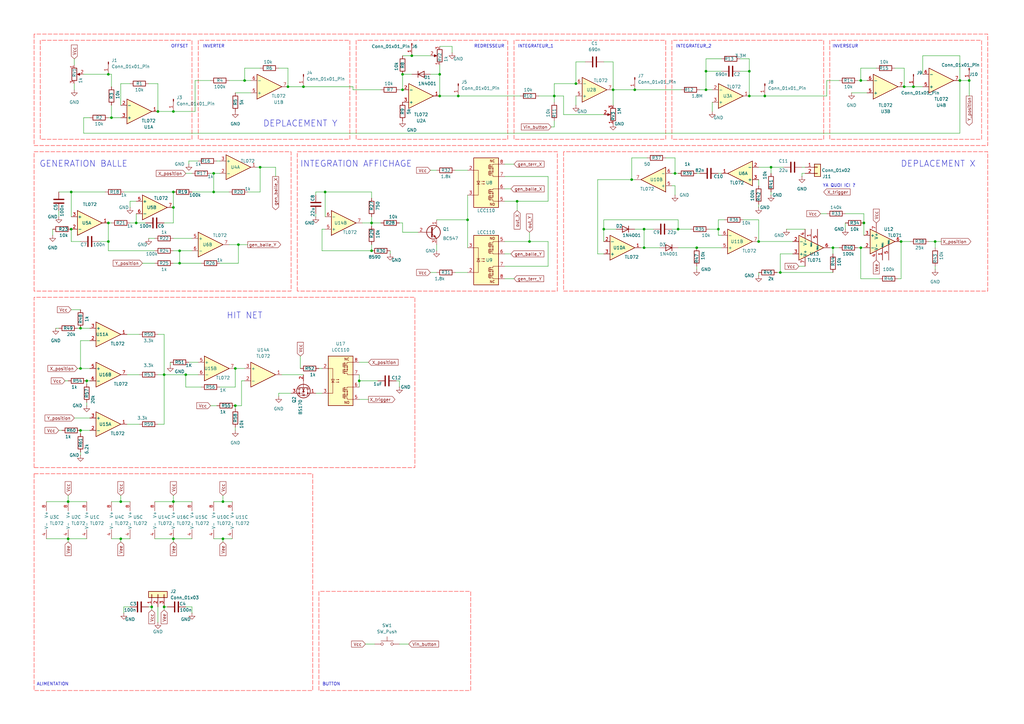
<source format=kicad_sch>
(kicad_sch (version 20250114) (generator "eeschema") (generator_version "9.0")
  (paper "A3")
  (text "DEPLACEMENT X\n" (at 384.81 67.31 0) (effects (font (size 2.54 2.54))))
  (text "INVERTER" (at 87.63 19.05 0) (effects (font (size 1.27 1.27))))
  (text "ALIMENTATION" (at 21.59 280.67 0) (effects (font (size 1.27 1.27))))
  (text "INTEGRATION AFFICHAGE" (at 146.05 67.31 0) (effects (font (size 2.54 2.54))))
  (text "INVERSEUR" (at 346.71 19.05 0) (effects (font (size 1.27 1.27))))
  (text "INTEGRATEUR_1\n" (at 219.71 19.05 0) (effects (font (size 1.27 1.27))))
  (text "HIT NET" (at 100.33 129.54 0) (effects (font (size 2.54 2.54))))
  (text "GENERATION BALLE" (at 34.29 67.31 0) (effects (font (size 2.54 2.54))))
  (text "BUTTON\n" (at 135.89 280.67 0) (effects (font (size 1.27 1.27))))
  (text "YA QUOI ICI ?" (at 344.17 76.2 0) (effects (font (size 1.27 1.27))))
  (text "REDRESSEUR" (at 200.66 19.05 0) (effects (font (size 1.27 1.27))))
  (text "OFFSET\n" (at 73.66 19.05 0) (effects (font (size 1.27 1.27))))
  (text "INTEGRATEUR_2" (at 284.48 19.05 0) (effects (font (size 1.27 1.27))))
  (text "DEPLACEMENT Y\n" (at 123.19 50.8 0) (effects (font (size 2.54 2.54))))
  (junction (at 87.63 71.12))
  (junction (at 212.09 82.55))
  (junction (at 354.33 91.44))
  (junction (at 383.54 99.06))
  (junction (at 264.16 93.98))
  (junction (at 76.2 153.67))
  (junction (at 370.84 35.56))
  (junction (at 29.21 93.98))
  (junction (at 71.12 220.98))
  (junction (at 71.12 85.09))
  (junction (at 259.08 73.66))
  (junction (at 73.66 102.87))
  (junction (at 91.44 220.98))
  (junction (at 374.65 35.56))
  (junction (at 91.44 205.74))
  (junction (at 97.79 100.33))
  (junction (at 289.56 36.83))
  (junction (at 278.13 93.98))
  (junction (at 33.02 151.13))
  (junction (at 264.16 101.6))
  (junction (at 353.06 101.6))
  (junction (at 313.69 39.37))
  (junction (at 27.94 205.74))
  (junction (at 133.35 78.74))
  (junction (at 44.45 30.48))
  (junction (at 227.33 39.37))
  (junction (at 45.72 48.26))
  (junction (at 49.53 220.98))
  (junction (at 33.02 134.62))
  (junction (at 165.1 30.48))
  (junction (at 87.63 78.74))
  (junction (at 260.35 36.83))
  (junction (at 71.12 205.74))
  (junction (at 369.57 99.06))
  (junction (at 44.45 99.06))
  (junction (at 353.06 33.02))
  (junction (at 44.45 91.44))
  (junction (at 307.34 29.21))
  (junction (at 191.77 90.17))
  (junction (at 180.34 39.37))
  (junction (at 247.65 93.98))
  (junction (at 320.04 111.76))
  (junction (at 29.21 78.74))
  (junction (at 276.86 71.12))
  (junction (at 187.96 39.37))
  (junction (at 106.68 68.58))
  (junction (at 49.53 205.74))
  (junction (at 147.32 156.21))
  (junction (at 100.33 33.02))
  (junction (at 152.4 102.87))
  (junction (at 62.23 248.92))
  (junction (at 73.66 107.95))
  (junction (at 289.56 29.21))
  (junction (at 294.64 93.98))
  (junction (at 307.34 39.37))
  (junction (at 165.1 36.83))
  (junction (at 55.88 91.44))
  (junction (at 35.56 156.21))
  (junction (at 124.46 35.56))
  (junction (at 311.15 99.06))
  (junction (at 96.52 166.37))
  (junction (at 180.34 30.48))
  (junction (at 27.94 220.98))
  (junction (at 316.23 68.58))
  (junction (at 71.12 78.74))
  (junction (at 64.77 45.72))
  (junction (at 33.02 176.53))
  (junction (at 397.51 33.02))
  (junction (at 251.46 36.83))
  (junction (at 96.52 151.13))
  (junction (at 168.91 22.86))
  (junction (at 152.4 91.44))
  (junction (at 236.22 34.29))
  (junction (at 118.11 35.56))
  (junction (at 67.31 153.67))
  (junction (at 285.75 101.6))
  (junction (at 217.17 99.06))
  (junction (at 341.63 101.6))
  (junction (at 71.12 45.72))
  (junction (at 393.7 33.02))
  (junction (at 67.31 248.92))
  (wire (pts (xy 227.33 52.07) (xy 226.06 52.07)))
  (wire (pts (xy 285.75 109.22) (xy 285.75 110.49)))
  (wire (pts (xy 251.46 25.4) (xy 247.65 25.4)))
  (wire (pts (xy 176.53 30.48) (xy 180.34 30.48)))
  (wire (pts (xy 35.56 156.21) (xy 35.56 157.48)))
  (wire (pts (xy 49.53 220.98) (xy 45.72 220.98)))
  (wire (pts (xy 129.54 78.74) (xy 129.54 80.01)))
  (wire (pts (xy 289.56 24.13) (xy 289.56 29.21)))
  (wire (pts (xy 29.21 78.74) (xy 43.18 78.74)))
  (wire (pts (xy 90.17 158.75) (xy 96.52 158.75)))
  (wire (pts (xy 52.07 173.99) (xy 57.15 173.99)))
  (wire (pts (xy 311.15 90.17) (xy 304.8 90.17)))
  (wire (pts (xy 278.13 93.98) (xy 278.13 90.17)))
  (wire (pts (xy 165.1 91.44) (xy 163.83 91.44)))
  (wire (pts (xy 179.07 100.33) (xy 179.07 102.87)))
  (wire (pts (xy 307.34 29.21) (xy 307.34 39.37)))
  (wire (pts (xy 186.69 111.76) (xy 191.77 111.76)))
  (wire (pts (xy 27.94 205.74) (xy 35.56 205.74)))
  (wire (pts (xy 149.86 264.16) (xy 153.67 264.16)))
  (wire (pts (xy 168.91 22.86) (xy 176.53 22.86)))
  (wire (pts (xy 97.79 100.33) (xy 93.98 100.33)))
  (wire (pts (xy 49.53 220.98) (xy 49.53 222.25)))
  (wire (pts (xy 278.13 90.17) (xy 247.65 90.17)))
  (wire (pts (xy 289.56 29.21) (xy 289.56 36.83)))
  (wire (pts (xy 247.65 99.06) (xy 247.65 93.98)))
  (wire (pts (xy 71.12 222.25) (xy 71.12 220.98)))
  (wire (pts (xy 133.35 78.74) (xy 133.35 88.9)))
  (wire (pts (xy 106.68 27.94) (xy 100.33 27.94)))
  (wire (pts (xy 87.63 71.12) (xy 87.63 78.74)))
  (wire (pts (xy 34.29 30.48) (xy 44.45 30.48)))
  (wire (pts (xy 316.23 68.58) (xy 311.15 68.58)))
  (wire (pts (xy 93.98 33.02) (xy 100.33 33.02)))
  (wire (pts (xy 383.54 99.06) (xy 386.08 99.06)))
  (wire (pts (xy 370.84 35.56) (xy 374.65 35.56)))
  (wire (pts (xy 80.01 45.72) (xy 71.12 45.72)))
  (wire (pts (xy 81.28 148.59) (xy 77.47 148.59)))
  (wire (pts (xy 207.01 104.14) (xy 209.55 104.14)))
  (wire (pts (xy 340.36 101.6) (xy 341.63 101.6)))
  (wire (pts (xy 245.11 104.14) (xy 245.11 73.66)))
  (wire (pts (xy 353.06 114.3) (xy 360.68 114.3)))
  (wire (pts (xy 64.77 137.16) (xy 67.31 137.16)))
  (wire (pts (xy 147.32 163.83) (xy 151.13 163.83)))
  (wire (pts (xy 19.05 220.98) (xy 27.94 220.98)))
  (wire (pts (xy 294.64 96.52) (xy 294.64 93.98)))
  (wire (pts (xy 71.12 97.79) (xy 78.74 97.79)))
  (wire (pts (xy 236.22 25.4) (xy 236.22 34.29)))
  (wire (pts (xy 119.38 161.29) (xy 114.3 161.29)))
  (wire (pts (xy 30.48 24.13) (xy 30.48 26.67)))
  (wire (pts (xy 27.94 222.25) (xy 27.94 220.98)))
  (wire (pts (xy 247.65 46.99) (xy 231.14 46.99)))
  (wire (pts (xy 307.34 24.13) (xy 307.34 29.21)))
  (wire (pts (xy 354.33 91.44) (xy 354.33 87.63)))
  (wire (pts (xy 106.68 68.58) (xy 113.03 68.58)))
  (wire (pts (xy 152.4 88.9) (xy 152.4 91.44)))
  (wire (pts (xy 316.23 68.58) (xy 316.23 71.12)))
  (wire (pts (xy 180.34 26.67) (xy 180.34 30.48)))
  (wire (pts (xy 49.53 205.74) (xy 45.72 205.74)))
  (wire (pts (xy 27.94 203.2) (xy 27.94 205.74)))
  (wire (pts (xy 96.52 175.26) (xy 96.52 176.53)))
  (wire (pts (xy 115.57 153.67) (xy 124.46 153.67)))
  (wire (pts (xy 34.29 54.61) (xy 393.7 54.61)))
  (wire (pts (xy 33.02 134.62) (xy 31.75 134.62)))
  (wire (pts (xy 341.63 101.6) (xy 344.17 101.6)))
  (wire (pts (xy 26.67 156.21) (xy 27.94 156.21)))
  (wire (pts (xy 24.13 88.9) (xy 24.13 86.36)))
  (wire (pts (xy 224.79 109.22) (xy 207.01 109.22)))
  (wire (pts (xy 378.46 22.86) (xy 393.7 22.86)))
  (wire (pts (xy 217.17 99.06) (xy 224.79 99.06)))
  (wire (pts (xy 129.54 161.29) (xy 132.08 161.29)))
  (wire (pts (xy 231.14 39.37) (xy 227.33 39.37)))
  (wire (pts (xy 67.31 153.67) (xy 76.2 153.67)))
  (wire (pts (xy 129.54 78.74) (xy 133.35 78.74)))
  (wire (pts (xy 295.91 96.52) (xy 294.64 96.52)))
  (wire (pts (xy 245.11 73.66) (xy 259.08 73.66)))
  (wire (pts (xy 393.7 33.02) (xy 397.51 33.02)))
  (wire (pts (xy 180.34 39.37) (xy 187.96 39.37)))
  (wire (pts (xy 303.53 24.13) (xy 307.34 24.13)))
  (wire (pts (xy 260.35 73.66) (xy 259.08 73.66)))
  (wire (pts (xy 91.44 220.98) (xy 87.63 220.98)))
  (wire (pts (xy 325.12 104.14) (xy 320.04 104.14)))
  (wire (pts (xy 295.91 71.12) (xy 294.64 71.12)))
  (wire (pts (xy 393.7 22.86) (xy 393.7 33.02)))
  (wire (pts (xy 97.79 100.33) (xy 101.6 100.33)))
  (wire (pts (xy 96.52 166.37) (xy 99.06 166.37)))
  (wire (pts (xy 49.53 220.98) (xy 53.34 220.98)))
  (wire (pts (xy 227.33 39.37) (xy 227.33 41.91)))
  (wire (pts (xy 49.53 205.74) (xy 53.34 205.74)))
  (wire (pts (xy 212.09 82.55) (xy 224.79 82.55)))
  (wire (pts (xy 33.02 151.13) (xy 36.83 151.13)))
  (wire (pts (xy 259.08 64.77) (xy 265.43 64.77)))
  (wire (pts (xy 101.6 78.74) (xy 106.68 78.74)))
  (wire (pts (xy 24.13 176.53) (xy 25.4 176.53)))
  (wire (pts (xy 251.46 36.83) (xy 260.35 36.83)))
  (wire (pts (xy 207.01 99.06) (xy 217.17 99.06)))
  (wire (pts (xy 322.58 93.98) (xy 330.2 93.98)))
  (wire (pts (xy 359.41 27.94) (xy 353.06 27.94)))
  (wire (pts (xy 33.02 139.7) (xy 36.83 139.7)))
  (wire (pts (xy 53.34 85.09) (xy 53.34 82.55)))
  (wire (pts (xy 67.31 250.19) (xy 67.31 248.92)))
  (wire (pts (xy 76.2 153.67) (xy 81.28 153.67)))
  (wire (pts (xy 76.2 71.12) (xy 78.74 71.12)))
  (wire (pts (xy 71.12 91.44) (xy 71.12 85.09)))
  (wire (pts (xy 88.9 66.04) (xy 90.17 66.04)))
  (wire (pts (xy 316.23 68.58) (xy 321.31 68.58)))
  (wire (pts (xy 64.77 153.67) (xy 67.31 153.67)))
  (wire (pts (xy 287.02 71.12) (xy 285.75 71.12)))
  (wire (pts (xy 227.33 49.53) (xy 227.33 52.07)))
  (wire (pts (xy 349.25 38.1) (xy 355.6 38.1)))
  (wire (pts (xy 240.03 25.4) (xy 236.22 25.4)))
  (wire (pts (xy 33.02 176.53) (xy 33.02 177.8)))
  (wire (pts (xy 354.33 96.52) (xy 354.33 91.44)))
  (wire (pts (xy 133.35 93.98) (xy 132.08 93.98)))
  (wire (pts (xy 49.53 43.18) (xy 49.53 34.29)))
  (wire (pts (xy 106.68 68.58) (xy 106.68 78.74)))
  (wire (pts (xy 285.75 101.6) (xy 295.91 101.6)))
  (wire (pts (xy 144.78 36.83) (xy 156.21 36.83)))
  (wire (pts (xy 378.46 30.48) (xy 378.46 22.86)))
  (wire (pts (xy 96.52 151.13) (xy 96.52 158.75)))
  (wire (pts (xy 147.32 156.21) (xy 154.94 156.21)))
  (wire (pts (xy 24.13 78.74) (xy 29.21 78.74)))
  (wire (pts (xy 339.09 33.02) (xy 339.09 39.37)))
  (wire (pts (xy 82.55 158.75) (xy 76.2 158.75)))
  (wire (pts (xy 370.84 27.94) (xy 370.84 35.56)))
  (wire (pts (xy 163.83 264.16) (xy 167.64 264.16)))
  (wire (pts (xy 105.41 68.58) (xy 106.68 68.58)))
  (wire (pts (xy 60.96 97.79) (xy 63.5 97.79)))
  (wire (pts (xy 27.94 220.98) (xy 35.56 220.98)))
  (wire (pts (xy 58.42 107.95) (xy 63.5 107.95)))
  (wire (pts (xy 50.8 78.74) (xy 71.12 78.74)))
  (wire (pts (xy 292.1 45.72) (xy 292.1 41.91)))
  (wire (pts (xy 316.23 78.74) (xy 316.23 80.01)))
  (wire (pts (xy 62.23 250.19) (xy 62.23 248.92)))
  (wire (pts (xy 132.08 93.98) (xy 132.08 102.87)))
  (wire (pts (xy 96.52 151.13) (xy 100.33 151.13)))
  (wire (pts (xy 60.96 248.92) (xy 62.23 248.92)))
  (wire (pts (xy 165.1 22.86) (xy 168.91 22.86)))
  (wire (pts (xy 353.06 114.3) (xy 353.06 101.6)))
  (wire (pts (xy 185.42 19.05) (xy 185.42 21.59)))
  (wire (pts (xy 289.56 36.83) (xy 292.1 36.83)))
  (wire (pts (xy 147.32 153.67) (xy 147.32 156.21)))
  (wire (pts (xy 99.06 156.21) (xy 99.06 166.37)))
  (wire (pts (xy 40.64 99.06) (xy 44.45 99.06)))
  (wire (pts (xy 207.01 114.3) (xy 210.82 114.3)))
  (wire (pts (xy 276.86 64.77) (xy 276.86 71.12)))
  (wire (pts (xy 353.06 101.6) (xy 354.33 101.6)))
  (wire (pts (xy 64.77 173.99) (xy 67.31 173.99)))
  (wire (pts (xy 114.3 161.29) (xy 114.3 162.56)))
  (wire (pts (xy 368.3 114.3) (xy 369.57 114.3)))
  (wire (pts (xy 369.57 99.06) (xy 373.38 99.06)))
  (wire (pts (xy 33.02 151.13) (xy 33.02 139.7)))
  (wire (pts (xy 63.5 220.98) (xy 71.12 220.98)))
  (wire (pts (xy 328.93 71.12) (xy 328.93 72.39)))
  (wire (pts (xy 34.29 48.26) (xy 36.83 48.26)))
  (wire (pts (xy 351.79 33.02) (xy 353.06 33.02)))
  (wire (pts (xy 278.13 101.6) (xy 285.75 101.6)))
  (wire (pts (xy 118.11 35.56) (xy 124.46 35.56)))
  (wire (pts (xy 36.83 134.62) (xy 33.02 134.62)))
  (wire (pts (xy 68.58 248.92) (xy 67.31 248.92)))
  (wire (pts (xy 133.35 78.74) (xy 152.4 78.74)))
  (wire (pts (xy 295.91 29.21) (xy 289.56 29.21)))
  (wire (pts (xy 275.59 93.98) (xy 278.13 93.98)))
  (wire (pts (xy 100.33 27.94) (xy 100.33 33.02)))
  (wire (pts (xy 29.21 127) (xy 33.02 127)))
  (wire (pts (xy 276.86 71.12) (xy 275.59 71.12)))
  (wire (pts (xy 44.45 91.44) (xy 45.72 91.44)))
  (wire (pts (xy 64.77 255.27) (xy 64.77 248.92)))
  (wire (pts (xy 67.31 91.44) (xy 71.12 91.44)))
  (wire (pts (xy 50.8 248.92) (xy 50.8 251.46)))
  (wire (pts (xy 367.03 27.94) (xy 370.84 27.94)))
  (wire (pts (xy 49.53 34.29) (xy 53.34 34.29)))
  (wire (pts (xy 369.57 114.3) (xy 369.57 99.06)))
  (wire (pts (xy 290.83 93.98) (xy 294.64 93.98)))
  (wire (pts (xy 45.72 30.48) (xy 45.72 35.56)))
  (wire (pts (xy 64.77 45.72) (xy 71.12 45.72)))
  (wire (pts (xy 78.74 248.92) (xy 78.74 251.46)))
  (wire (pts (xy 73.66 102.87) (xy 78.74 102.87)))
  (wire (pts (xy 147.32 158.75) (xy 147.32 156.21)))
  (wire (pts (xy 69.85 149.86) (xy 69.85 148.59)))
  (wire (pts (xy 97.79 107.95) (xy 97.79 100.33)))
  (wire (pts (xy 351.79 101.6) (xy 353.06 101.6)))
  (wire (pts (xy 176.53 111.76) (xy 179.07 111.76)))
  (wire (pts (xy 87.63 78.74) (xy 93.98 78.74)))
  (wire (pts (xy 63.5 205.74) (xy 71.12 205.74)))
  (wire (pts (xy 393.7 33.02) (xy 393.7 54.61)))
  (wire (pts (xy 346.71 87.63) (xy 354.33 87.63)))
  (wire (pts (xy 45.72 48.26) (xy 49.53 48.26)))
  (wire (pts (xy 341.63 101.6) (xy 341.63 104.14)))
  (wire (pts (xy 67.31 137.16) (xy 67.31 153.67)))
  (wire (pts (xy 31.75 151.13) (xy 33.02 151.13)))
  (wire (pts (xy 64.77 34.29) (xy 64.77 45.72)))
  (wire (pts (xy 264.16 101.6) (xy 264.16 93.98)))
  (wire (pts (xy 52.07 137.16) (xy 57.15 137.16)))
  (wire (pts (xy 186.69 69.85) (xy 191.77 69.85)))
  (wire (pts (xy 160.02 102.87) (xy 160.02 104.14)))
  (wire (pts (xy 152.4 92.71) (xy 152.4 91.44)))
  (wire (pts (xy 353.06 27.94) (xy 353.06 33.02)))
  (wire (pts (xy 278.13 71.12) (xy 276.86 71.12)))
  (wire (pts (xy 313.69 39.37) (xy 339.09 39.37)))
  (wire (pts (xy 264.16 101.6) (xy 270.51 101.6)))
  (wire (pts (xy 71.12 107.95) (xy 73.66 107.95)))
  (wire (pts (xy 320.04 111.76) (xy 341.63 111.76)))
  (wire (pts (xy 53.34 248.92) (xy 50.8 248.92)))
  (wire (pts (xy 207.01 67.31) (xy 210.82 67.31)))
  (wire (pts (xy 180.34 30.48) (xy 180.34 39.37)))
  (wire (pts (xy 311.15 73.66) (xy 311.15 76.2)))
  (wire (pts (xy 59.69 91.44) (xy 55.88 91.44)))
  (wire (pts (xy 180.34 19.05) (xy 185.42 19.05)))
  (wire (pts (xy 71.12 205.74) (xy 78.74 205.74)))
  (wire (pts (xy 307.34 39.37) (xy 313.69 39.37)))
  (wire (pts (xy 187.96 39.37) (xy 213.36 39.37)))
  (wire (pts (xy 53.34 82.55) (xy 55.88 82.55)))
  (wire (pts (xy 91.44 220.98) (xy 95.25 220.98)))
  (wire (pts (xy 63.5 102.87) (xy 44.45 102.87)))
  (wire (pts (xy 262.89 101.6) (xy 264.16 101.6)))
  (wire (pts (xy 91.44 205.74) (xy 95.25 205.74)))
  (wire (pts (xy 123.19 146.05) (xy 123.19 151.13)))
  (wire (pts (xy 311.15 99.06) (xy 311.15 90.17)))
  (wire (pts (xy 152.4 78.74) (xy 152.4 81.28)))
  (wire (pts (xy 78.74 78.74) (xy 87.63 78.74)))
  (wire (pts (xy 346.71 91.44) (xy 346.71 93.98)))
  (wire (pts (xy 212.09 86.36) (xy 212.09 82.55)))
  (wire (pts (xy 251.46 36.83) (xy 251.46 25.4)))
  (wire (pts (xy 231.14 46.99) (xy 231.14 39.37)))
  (wire (pts (xy 397.51 39.37) (xy 397.51 33.02)))
  (wire (pts (xy 96.52 38.1) (xy 102.87 38.1)))
  (wire (pts (xy 71.12 220.98) (xy 78.74 220.98)))
  (wire (pts (xy 33.02 176.53) (xy 36.83 176.53)))
  (wire (pts (xy 259.08 64.77) (xy 259.08 73.66)))
  (wire (pts (xy 311.15 99.06) (xy 325.12 99.06)))
  (wire (pts (xy 247.65 90.17) (xy 247.65 93.98)))
  (wire (pts (xy 82.55 107.95) (xy 73.66 107.95)))
  (wire (pts (xy 132.08 102.87) (xy 152.4 102.87)))
  (wire (pts (xy 191.77 90.17) (xy 179.07 90.17)))
  (wire (pts (xy 224.79 82.55) (xy 224.79 72.39)))
  (wire (pts (xy 91.44 203.2) (xy 91.44 205.74)))
  (wire (pts (xy 91.44 205.74) (xy 87.63 205.74)))
  (wire (pts (xy 76.2 158.75) (xy 76.2 153.67)))
  (wire (pts (xy 318.77 111.76) (xy 320.04 111.76)))
  (wire (pts (xy 80.01 33.02) (xy 86.36 33.02)))
  (wire (pts (xy 217.17 99.06) (xy 217.17 95.25)))
  (wire (pts (xy 76.2 248.92) (xy 78.74 248.92)))
  (wire (pts (xy 328.93 71.12) (xy 330.2 71.12)))
  (wire (pts (xy 224.79 72.39) (xy 207.01 72.39)))
  (wire (pts (xy 21.59 93.98) (xy 21.59 96.52)))
  (wire (pts (xy 191.77 101.6) (xy 191.77 90.17)))
  (wire (pts (xy 152.4 100.33) (xy 152.4 102.87)))
  (wire (pts (xy 36.83 156.21) (xy 35.56 156.21)))
  (wire (pts (xy 33.02 185.42) (xy 33.02 186.69)))
  (wire (pts (xy 311.15 83.82) (xy 311.15 85.09)))
  (wire (pts (xy 260.35 36.83) (xy 279.4 36.83)))
  (wire (pts (xy 287.02 36.83) (xy 289.56 36.83)))
  (wire (pts (xy 163.83 156.21) (xy 162.56 156.21)))
  (wire (pts (xy 207.01 77.47) (xy 209.55 77.47)))
  (wire (pts (xy 30.48 171.45) (xy 36.83 171.45)))
  (wire (pts (xy 71.12 78.74) (xy 71.12 85.09)))
  (wire (pts (xy 129.54 87.63) (xy 129.54 88.9)))
  (wire (pts (xy 114.3 27.94) (xy 118.11 27.94)))
  (wire (pts (xy 311.15 113.03) (xy 311.15 111.76)))
  (wire (pts (xy 165.1 95.25) (xy 171.45 95.25)))
  (wire (pts (xy 49.53 203.2) (xy 49.53 205.74)))
  (wire (pts (xy 273.05 64.77) (xy 276.86 64.77)))
  (wire (pts (xy 53.34 91.44) (xy 55.88 91.44)))
  (wire (pts (xy 33.02 99.06) (xy 29.21 99.06)))
  (wire (pts (xy 71.12 102.87) (xy 73.66 102.87)))
  (wire (pts (xy 236.22 39.37) (xy 236.22 43.18)))
  (wire (pts (xy 80.01 33.02) (xy 80.01 45.72)))
  (wire (pts (xy 344.17 33.02) (xy 339.09 33.02)))
  (wire (pts (xy 251.46 36.83) (xy 251.46 43.18)))
  (wire (pts (xy 60.96 34.29) (xy 64.77 34.29)))
  (wire (pts (xy 77.47 66.04) (xy 81.28 66.04)))
  (wire (pts (xy 44.45 48.26) (xy 45.72 48.26)))
  (wire (pts (xy 96.52 166.37) (xy 96.52 167.64)))
  (wire (pts (xy 24.13 134.62) (xy 22.86 134.62)))
  (wire (pts (xy 29.21 99.06) (xy 29.21 93.98)))
  (wire (pts (xy 224.79 99.06) (xy 224.79 109.22)))
  (wire (pts (xy 176.53 69.85) (xy 179.07 69.85)))
  (wire (pts (xy 30.48 36.83) (xy 30.48 34.29)))
  (wire (pts (xy 163.83 156.21) (xy 163.83 158.75)))
  (wire (pts (xy 247.65 93.98) (xy 252.73 93.98)))
  (wire (pts (xy 152.4 91.44) (xy 156.21 91.44)))
  (wire (pts (xy 144.78 35.56) (xy 124.46 35.56)))
  (wire (pts (xy 113.03 68.58) (xy 113.03 72.39)))
  (wire (pts (xy 276.86 76.2) (xy 276.86 80.01)))
  (wire (pts (xy 227.33 39.37) (xy 227.33 34.29)))
  (wire (pts (xy 336.55 87.63) (xy 339.09 87.63)))
  (wire (pts (xy 130.81 151.13) (xy 132.08 151.13)))
  (wire (pts (xy 44.45 99.06) (xy 44.45 102.87)))
  (wire (pts (xy 34.29 48.26) (xy 34.29 54.61)))
  (wire (pts (xy 207.01 82.55) (xy 212.09 82.55)))
  (wire (pts (xy 35.56 165.1) (xy 35.56 166.37)))
  (wire (pts (xy 144.78 36.83) (xy 144.78 35.56)))
  (wire (pts (xy 247.65 104.14) (xy 245.11 104.14)))
  (wire (pts (xy 327.66 109.22) (xy 330.2 109.22)))
  (wire (pts (xy 73.66 107.95) (xy 73.66 102.87)))
  (wire (pts (xy 227.33 34.29) (xy 236.22 34.29)))
  (wire (pts (xy 294.64 90.17) (xy 297.18 90.17)))
  (wire (pts (xy 67.31 153.67) (xy 67.31 173.99)))
  (wire (pts (xy 165.1 30.48) (xy 168.91 30.48)))
  (wire (pts (xy 90.17 107.95) (xy 97.79 107.95)))
  (wire (pts (xy 163.83 36.83) (xy 165.1 36.83)))
  (wire (pts (xy 71.12 203.2) (xy 71.12 205.74)))
  (wire (pts (xy 320.04 104.14) (xy 320.04 111.76)))
  (wire (pts (xy 148.59 91.44) (xy 152.4 91.44)))
  (wire (pts (xy 260.35 93.98) (xy 264.16 93.98)))
  (wire (pts (xy 19.05 205.74) (xy 27.94 205.74)))
  (wire (pts (xy 55.88 91.44) (xy 55.88 87.63)))
  (wire (pts (xy 44.45 99.06) (xy 44.45 91.44)))
  (wire (pts (xy 275.59 76.2) (xy 276.86 76.2)))
  (wire (pts (xy 264.16 93.98) (xy 267.97 93.98)))
  (wire (pts (xy 165.1 91.44) (xy 165.1 95.25)))
  (wire (pts (xy 191.77 80.01) (xy 191.77 90.17)))
  (wire (pts (xy 283.21 93.98) (xy 278.13 93.98)))
  (wire (pts (xy 220.98 39.37) (xy 227.33 39.37)))
  (wire (pts (xy 86.36 166.37) (xy 88.9 166.37)))
  (wire (pts (xy 91.44 220.98) (xy 91.44 222.25)))
  (wire (pts (xy 44.45 30.48) (xy 45.72 30.48)))
  (wire (pts (xy 100.33 33.02) (xy 102.87 33.02)))
  (wire (pts (xy 353.06 33.02) (xy 355.6 33.02)))
  (wire (pts (xy 330.2 68.58) (xy 328.93 68.58)))
  (wire (pts (xy 383.54 109.22) (xy 383.54 110.49)))
  (wire (pts (xy 165.1 36.83) (xy 165.1 30.48)))
  (wire (pts (xy 77.47 67.31) (xy 77.47 66.04)))
  (wire (pts (xy 90.17 71.12) (xy 87.63 71.12)))
  (wire (pts (xy 99.06 156.21) (xy 100.33 156.21)))
  (wire (pts (xy 383.54 99.06) (xy 383.54 101.6)))
  (wire (pts (xy 294.64 90.17) (xy 294.64 93.98)))
  (wire (pts (xy 45.72 43.18) (xy 45.72 48.26)))
  (wire (pts (xy 118.11 27.94) (xy 118.11 35.56)))
  (wire (pts (xy 295.91 24.13) (xy 289.56 24.13)))
  (wire (pts (xy 374.65 35.56) (xy 378.46 35.56)))
  (wire (pts (xy 303.53 29.21) (xy 307.34 29.21)))
  (wire (pts (xy 52.07 153.67) (xy 57.15 153.67)))
  (wire (pts (xy 86.36 71.12) (xy 87.63 71.12)))
  (wire (pts (xy 29.21 88.9) (xy 29.21 78.74)))
  (wire (pts (xy 381 99.06) (xy 383.54 99.06)))
  (wire (pts (xy 147.32 148.59) (xy 151.13 148.59)))
  (global_label "Vcc" (shape input) (at 27.94 203.2 90) (property "Intersheetrefs" "${INTERSHEET_REFS}" (effects (hide yes))))
  (global_label "Y_position" (shape output) (at 397.51 39.37 270) (property "Intersheetrefs" "${INTERSHEET_REFS}" (effects (hide yes))))
  (global_label "X_trigger" (shape input) (at 337.82 78.74 0) (property "Intersheetrefs" "${INTERSHEET_REFS}" (effects (hide yes))))
  (global_label "X_position" (shape input) (at 76.2 71.12 180) (property "Intersheetrefs" "${INTERSHEET_REFS}" (effects (hide yes))))
  (global_label "Vcc" (shape input) (at 49.53 203.2 90) (property "Intersheetrefs" "${INTERSHEET_REFS}" (effects (hide yes))))
  (global_label "Vin_button" (shape input) (at 167.64 264.16 0) (property "Intersheetrefs" "${INTERSHEET_REFS}" (effects (hide yes))))
  (global_label "gen_balle_Y" (shape output) (at 101.6 100.33 0) (property "Intersheetrefs" "${INTERSHEET_REFS}" (effects (hide yes))))
  (global_label "X_position" (shape input) (at 151.13 148.59 0) (property "Intersheetrefs" "${INTERSHEET_REFS}" (effects (hide yes))))
  (global_label "X_trigger" (shape output) (at 151.13 163.83 0) (property "Intersheetrefs" "${INTERSHEET_REFS}" (effects (hide yes))))
  (global_label "Vcc" (shape input) (at 24.13 176.53 180) (property "Intersheetrefs" "${INTERSHEET_REFS}" (effects (hide yes))))
  (global_label "Vee" (shape input) (at 359.41 106.68 270) (property "Intersheetrefs" "${INTERSHEET_REFS}" (effects (hide yes))))
  (global_label "Vee" (shape input) (at 49.53 222.25 270) (property "Intersheetrefs" "${INTERSHEET_REFS}" (effects (hide yes))))
  (global_label "gen_balle_X" (shape output) (at 113.03 72.39 270) (property "Intersheetrefs" "${INTERSHEET_REFS}" (effects (hide yes))))
  (global_label "Vcc" (shape input) (at 30.48 24.13 90) (property "Intersheetrefs" "${INTERSHEET_REFS}" (effects (hide yes))))
  (global_label "Vcc" (shape input) (at 176.53 69.85 180) (property "Intersheetrefs" "${INTERSHEET_REFS}" (effects (hide yes))))
  (global_label "Vcc" (shape input) (at 359.41 91.44 90) (property "Intersheetrefs" "${INTERSHEET_REFS}" (effects (hide yes))))
  (global_label "out_Y" (shape input) (at 217.17 95.25 90) (property "Intersheetrefs" "${INTERSHEET_REFS}" (effects (hide yes))))
  (global_label "Vin_button" (shape input) (at 226.06 52.07 180) (property "Intersheetrefs" "${INTERSHEET_REFS}" (effects (hide yes))))
  (global_label "Y_position" (shape input) (at 58.42 107.95 180) (property "Intersheetrefs" "${INTERSHEET_REFS}" (effects (hide yes))))
  (global_label "Vcc" (shape input) (at 91.44 203.2 90) (property "Intersheetrefs" "${INTERSHEET_REFS}" (effects (hide yes))))
  (global_label "Vcc" (shape input) (at 29.21 127 180) (property "Intersheetrefs" "${INTERSHEET_REFS}" (effects (hide yes))))
  (global_label "X_position" (shape input) (at 31.75 151.13 180) (property "Intersheetrefs" "${INTERSHEET_REFS}" (effects (hide yes))))
  (global_label "Vcc" (shape input) (at 71.12 203.2 90) (property "Intersheetrefs" "${INTERSHEET_REFS}" (effects (hide yes))))
  (global_label "Vcc" (shape input) (at 86.36 166.37 180) (property "Intersheetrefs" "${INTERSHEET_REFS}" (effects (hide yes))))
  (global_label "gen_balle_Y" (shape input) (at 209.55 104.14 0) (property "Intersheetrefs" "${INTERSHEET_REFS}" (effects (hide yes))))
  (global_label "Vcc" (shape input) (at 327.66 109.22 180) (property "Intersheetrefs" "${INTERSHEET_REFS}" (effects (hide yes))))
  (global_label "Vcc" (shape input) (at 26.67 156.21 180) (property "Intersheetrefs" "${INTERSHEET_REFS}" (effects (hide yes))))
  (global_label "out_X" (shape input) (at 212.09 86.36 270) (property "Intersheetrefs" "${INTERSHEET_REFS}" (effects (hide yes))))
  (global_label "X_position" (shape output) (at 386.08 99.06 0) (property "Intersheetrefs" "${INTERSHEET_REFS}" (effects (hide yes))))
  (global_label "Vcc" (shape input) (at 123.19 146.05 90) (property "Intersheetrefs" "${INTERSHEET_REFS}" (effects (hide yes))))
  (global_label "gen_balle_X" (shape input) (at 209.55 77.47 0) (property "Intersheetrefs" "${INTERSHEET_REFS}" (effects (hide yes))))
  (global_label "Vcc" (shape input) (at 176.53 111.76 180) (property "Intersheetrefs" "${INTERSHEET_REFS}" (effects (hide yes))))
  (global_label "Y_position" (shape input) (at 30.48 171.45 180) (property "Intersheetrefs" "${INTERSHEET_REFS}" (effects (hide yes))))
  (global_label "Vcc" (shape input) (at 62.23 250.19 270) (property "Intersheetrefs" "${INTERSHEET_REFS}" (effects (hide yes))))
  (global_label "gen_terr_X" (shape input) (at 210.82 67.31 0) (property "Intersheetrefs" "${INTERSHEET_REFS}" (effects (hide yes))))
  (global_label "Vee" (shape input) (at 71.12 222.25 270) (property "Intersheetrefs" "${INTERSHEET_REFS}" (effects (hide yes))))
  (global_label "Vee" (shape input) (at 27.94 222.25 270) (property "Intersheetrefs" "${INTERSHEET_REFS}" (effects (hide yes))))
  (global_label "Vcc" (shape input) (at 336.55 87.63 180) (property "Intersheetrefs" "${INTERSHEET_REFS}" (effects (hide yes))))
  (global_label "Vee" (shape input) (at 67.31 250.19 270) (property "Intersheetrefs" "${INTERSHEET_REFS}" (effects (hide yes))))
  (global_label "gen_terr_Y" (shape input) (at 210.82 114.3 0) (property "Intersheetrefs" "${INTERSHEET_REFS}" (effects (hide yes))))
  (global_label "Vcc" (shape input) (at 149.86 264.16 180) (property "Intersheetrefs" "${INTERSHEET_REFS}" (effects (hide yes))))
  (global_label "Vee" (shape input) (at 91.44 222.25 270) (property "Intersheetrefs" "${INTERSHEET_REFS}" (effects (hide yes))))
  (rule_area (polyline (pts (xy 231.14 62.23) (xy 231.14 119.38) (xy 405.13 119.38) (xy 405.13 62.23)) (stroke (width 0) (type dash))))
  (rule_area (polyline (pts (xy 13.97 119.38) (xy 13.97 62.23) (xy 119.38 62.23) (xy 119.38 119.38)) (stroke (width 0) (type dash))))
  (rule_area (polyline (pts (xy 210.82 16.51) (xy 210.82 57.15) (xy 273.05 57.15) (xy 273.05 16.51)) (stroke (width 0) (type dash))))
  (rule_area (polyline (pts (xy 13.97 194.31) (xy 13.97 283.21) (xy 128.27 283.21) (xy 128.27 194.31)) (stroke (width 0) (type dash))))
  (rule_area (polyline (pts (xy 121.92 119.38) (xy 121.92 62.23) (xy 228.6 62.23) (xy 228.6 119.38)) (stroke (width 0) (type dash))))
  (rule_area (polyline (pts (xy 340.36 16.51) (xy 340.36 57.15) (xy 402.59 57.15) (xy 402.59 16.51)) (stroke (width 0) (type dash))))
  (rule_area (polyline (pts (xy 275.59 16.51) (xy 275.59 57.15) (xy 337.82 57.15) (xy 337.82 16.51)) (stroke (width 0) (type dash))))
  (rule_area (polyline (pts (xy 146.05 16.51) (xy 146.05 57.15) (xy 208.28 57.15) (xy 208.28 16.51)) (stroke (width 0) (type dash))))
  (rule_area (polyline (pts (xy 13.97 191.77) (xy 13.97 121.92) (xy 170.18 121.92) (xy 170.18 191.77)) (stroke (width 0) (type dash))))
  (rule_area (polyline (pts (xy 16.51 16.51) (xy 16.51 57.15) (xy 78.74 57.15) (xy 78.74 16.51)) (stroke (width 0) (type dash))))
  (rule_area (polyline (pts (xy 81.28 16.51) (xy 81.28 57.15) (xy 143.51 57.15) (xy 143.51 16.51)) (stroke (width 0) (type dash))))
  (rule_area (polyline (pts (xy 130.81 242.57) (xy 130.81 283.21) (xy 193.04 283.21) (xy 193.04 242.57)) (stroke (width 0) (type dash))))
  (rule_area (polyline (pts (xy 13.97 13.97) (xy 13.97 59.69) (xy 405.13 59.69) (xy 405.13 13.97)) (stroke (width 0) (type dash))))
  (symbol (lib_id "Amplifier_Operational:TL072") (at 66.04 213.36 0) (unit 3)
    (property "Reference" "U14" (at 64.77 212.0899 0) (effects (justify left)))
    (property "Value" "TL072" (at 64.77 214.6299 0) (effects (justify left)))
    (property "Datasheet" "http://www.ti.com/lit/ds/symlink/tl071.pdf" (effects (hide yes)))
    (property "Description" "Dual Low-Noise JFET-Input Operational Amplifiers, DIP-8/SOIC-8" (effects (hide yes)))
  )
  (symbol (lib_id "Device:R") (at 60.96 173.99 270) (unit 1)
    (property "Reference" "R59" (at 60.96 173.99 90))
    (property "Value" "3.3k" (at 58.42 171.45 90))
    (property "Description" "Resistor" (effects (hide yes)))
  )
  (symbol (lib_id "Device:R") (at 67.31 102.87 90) (unit 1)
    (property "Reference" "R24" (at 67.31 102.87 90))
    (property "Value" "100k" (at 62.23 104.14 90))
    (property "Description" "Resistor" (effects (hide yes)))
  )
  (symbol (lib_id "power:GND") (at 21.59 96.52 0) (unit 1)
    (property "Reference" "#PWR018" (effects (hide yes)))
    (property "Value" "GND" (at 21.59 101.6 0))
    (property "Description" "Power symbol creates a global label with name \"GND\" , ground" (effects (hide yes)))
  )
  (symbol (lib_id "Connector:Conn_01x01_Pin") (at 260.35 31.75 270) (unit 1)
    (property "Reference" "J7" (at 261.62 31.1149 90) (effects (justify left)))
    (property "Value" "Conn_01x01_Pin" (at 261.62 33.6549 90) (effects (justify left)))
    (property "Footprint" "0_myfootprint:PinHeader_1x01_P1.00mm_Vertical" (effects (hide yes)))
    (property "Description" "Generic connector, single row, 01x01, script generated" (effects (hide yes)))
  )
  (symbol (lib_id "Connector:Conn_01x01_Pin") (at 313.69 34.29 270) (unit 1)
    (property "Reference" "J8" (at 314.96 33.6549 90) (effects (justify left)))
    (property "Value" "Conn_01x01_Pin" (at 314.96 36.1949 90) (effects (justify left)))
    (property "Footprint" "0_myfootprint:PinHeader_1x01_P1.00mm_Vertical" (effects (hide yes)))
    (property "Description" "Generic connector, single row, 01x01, script generated" (effects (hide yes)))
  )
  (symbol (lib_id "Device:R") (at 314.96 111.76 90) (unit 1)
    (property "Reference" "R45" (at 314.96 111.76 90))
    (property "Value" "2k" (at 316.23 114.3 90))
    (property "Description" "Resistor" (effects (hide yes)))
  )
  (symbol (lib_id "power:GND") (at 285.75 110.49 0) (unit 1)
    (property "Reference" "#PWR034" (effects (hide yes)))
    (property "Value" "GND" (at 289.56 110.49 0))
    (property "Description" "Power symbol creates a global label with name \"GND\" , ground" (effects (hide yes)))
  )
  (symbol (lib_id "Relay_SolidState:LCC110") (at 199.39 106.68 0) (mirror x) (unit 1)
    (property "Reference" "U9" (at 200.66 106.68 0))
    (property "Value" "LCC110" (at 199.39 95.25 0))
    (property "Footprint" "Package_DIP:DIP-8_W7.62mm" (effects (hide yes)))
    (property "Datasheet" "http://www.ixysic.com/home/pdfs.nsf/www/LCC110.pdf/$file/LCC110.pdf" (effects (hide yes)))
    (property "Description" "1-Form-C OptoMOS® Relay, DIP-8" (effects (hide yes)))
  )
  (symbol (lib_id "Device:R") (at 90.17 33.02 90) (unit 1)
    (property "Reference" "R4" (at 90.17 33.02 90))
    (property "Value" "100k" (at 90.17 35.56 90))
    (property "Footprint" "0_myfootprint:R_Axial_DIN0204_L3.6mm_D1.6mm_P5.08mm_Horizontal" (effects (hide yes)))
    (property "Description" "Resistor" (effects (hide yes)))
  )
  (symbol (lib_id "Amplifier_Operational:TL072") (at 88.9 151.13 0) (unit 2)
    (property "Reference" "U15" (at 86.36 151.13 0))
    (property "Value" "TL072" (at 91.44 154.94 0))
    (property "Datasheet" "http://www.ti.com/lit/ds/symlink/tl071.pdf" (effects (hide yes)))
    (property "Description" "Dual Low-Noise JFET-Input Operational Amplifiers, DIP-8/SOIC-8" (effects (hide yes)))
  )
  (symbol (lib_id "Device:R") (at 363.22 27.94 270) (unit 1)
    (property "Reference" "R15" (at 364.49 27.94 90) (effects (justify right)))
    (property "Value" "10k" (at 364.49 25.4 90) (effects (justify right)))
    (property "Footprint" "0_myfootprint:R_Axial_DIN0204_L3.6mm_D1.6mm_P5.08mm_Horizontal" (effects (hide yes)))
    (property "Description" "Resistor" (effects (hide yes)))
  )
  (symbol (lib_id "Amplifier_Operational:TL072") (at 303.53 71.12 180) (unit 1)
    (property "Reference" "U6" (at 304.8 71.12 0))
    (property "Value" "TL072" (at 302.26 74.93 0))
    (property "Datasheet" "http://www.ti.com/lit/ds/symlink/tl071.pdf" (effects (hide yes)))
    (property "Description" "Dual Low-Noise JFET-Input Operational Amplifiers, DIP-8/SOIC-8" (effects (hide yes)))
  )
  (symbol (lib_id "Amplifier_Operational:TL072") (at 63.5 85.09 0) (unit 2)
    (property "Reference" "U5" (at 62.23 85.09 0))
    (property "Value" "TL072" (at 66.04 81.28 0))
    (property "Datasheet" "http://www.ti.com/lit/ds/symlink/tl071.pdf" (effects (hide yes)))
    (property "Description" "Dual Low-Noise JFET-Input Operational Amplifiers, DIP-8/SOIC-8" (effects (hide yes)))
    (property "Sim.Library" "TL072.lib" (effects (hide yes)))
    (property "Sim.Name" "TL072" (effects (hide yes)))
    (property "Sim.Device" "SUBCKT" (effects (hide yes)))
    (property "Sim.Pins" "1=1 2=2 3=3 4=4 5=5" (effects (hide yes)))
  )
  (symbol (lib_id "Device:R") (at 287.02 93.98 90) (unit 1)
    (property "Reference" "R35" (at 287.02 93.98 90))
    (property "Value" "10k" (at 289.56 96.52 90))
    (property "Description" "Resistor" (effects (hide yes)))
  )
  (symbol (lib_id "power:GND") (at 114.3 162.56 0) (unit 1)
    (property "Reference" "#PWR042" (effects (hide yes)))
    (property "Value" "GND" (at 114.3 167.64 0))
    (property "Description" "Power symbol creates a global label with name \"GND\" , ground" (effects (hide yes)))
  )
  (symbol (lib_id "Device:R") (at 283.21 36.83 270) (unit 1)
    (property "Reference" "R12" (at 284.48 36.83 90) (effects (justify right)))
    (property "Value" "1.8M" (at 288.29 39.37 90) (effects (justify right)))
    (property "Footprint" "0_myfootprint:R_Axial_DIN0204_L3.6mm_D1.6mm_P5.08mm_Horizontal" (effects (hide yes)))
    (property "Description" "Resistor" (effects (hide yes)))
  )
  (symbol (lib_id "Amplifier_Operational:TL072") (at 97.79 68.58 0) (unit 1)
    (property "Reference" "U4" (at 96.52 68.58 0))
    (property "Value" "TL072" (at 101.6 66.04 0))
    (property "Datasheet" "http://www.ti.com/lit/ds/symlink/tl071.pdf" (effects (hide yes)))
    (property "Description" "Dual Low-Noise JFET-Input Operational Amplifiers, DIP-8/SOIC-8" (effects (hide yes)))
    (property "Sim.Library" "TL072.lib" (effects (hide yes)))
    (property "Sim.Name" "TL072" (effects (hide yes)))
    (property "Sim.Device" "SUBCKT" (effects (hide yes)))
    (property "Sim.Pins" "1=1 2=2 3=3 4=4 5=5" (effects (hide yes)))
  )
  (symbol (lib_id "Device:R") (at 73.66 148.59 270) (unit 1)
    (property "Reference" "R51" (at 73.66 148.59 90))
    (property "Value" "1K" (at 77.47 149.86 90))
    (property "Description" "Resistor" (effects (hide yes)))
  )
  (symbol (lib_id "Device:R") (at 281.94 71.12 270) (mirror x) (unit 1)
    (property "Reference" "R39" (at 281.94 71.12 90))
    (property "Value" "1k" (at 281.94 67.31 90))
    (property "Description" "Resistor" (effects (hide yes)))
  )
  (symbol (lib_id "Device:R") (at 45.72 39.37 180) (unit 1)
    (property "Reference" "R3" (at 45.72 40.64 90) (effects (justify right)))
    (property "Value" "10k" (at 48.26 40.64 90) (effects (justify right)))
    (property "Footprint" "0_myfootprint:R_Axial_DIN0204_L3.6mm_D1.6mm_P5.08mm_Horizontal" (effects (hide yes)))
    (property "Description" "Resistor" (effects (hide yes)))
  )
  (symbol (lib_id "Diode:1N4001") (at 274.32 101.6 180) (unit 1)
    (property "Reference" "D3" (at 271.78 100.33 0))
    (property "Value" "1N4001" (at 274.32 104.14 0))
    (property "Footprint" "Diode_THT:D_DO-41_SOD81_P10.16mm_Horizontal" (effects (hide yes)))
    (property "Datasheet" "http://www.vishay.com/docs/88503/1n4001.pdf" (effects (hide yes)))
    (property "Description" "50V 1A General Purpose Rectifier Diode, DO-41" (effects (hide yes)))
    (property "Sim.Device" "D" (effects (hide yes)))
    (property "Sim.Pins" "1=K 2=A" (effects (hide yes)))
  )
  (symbol (lib_id "Amplifier_Operational:TL072") (at 44.45 137.16 0) (unit 1)
    (property "Reference" "U11" (at 41.91 137.16 0))
    (property "Value" "TL072" (at 48.26 140.97 0))
    (property "Datasheet" "http://www.ti.com/lit/ds/symlink/tl071.pdf" (effects (hide yes)))
    (property "Description" "Dual Low-Noise JFET-Input Operational Amplifiers, DIP-8/SOIC-8" (effects (hide yes)))
  )
  (symbol (lib_id "Amplifier_Operational:TL072") (at 44.45 173.99 0) (unit 1)
    (property "Reference" "U15" (at 43.18 173.99 0))
    (property "Value" "TL072" (at 48.26 177.8 0))
    (property "Datasheet" "http://www.ti.com/lit/ds/symlink/tl071.pdf" (effects (hide yes)))
    (property "Description" "Dual Low-Noise JFET-Input Operational Amplifiers, DIP-8/SOIC-8" (effects (hide yes)))
  )
  (symbol (lib_id "Device:R") (at 316.23 74.93 0) (mirror y) (unit 1)
    (property "Reference" "R41" (at 316.23 77.47 90) (effects (justify left)))
    (property "Value" "10k" (at 313.69 73.66 90) (effects (justify left)))
    (property "Description" "Resistor" (effects (hide yes)))
  )
  (symbol (lib_id "Device:C") (at 36.83 99.06 90) (unit 1)
    (property "Reference" "C7" (at 34.29 100.33 90))
    (property "Value" "100n" (at 40.64 100.33 90))
    (property "Description" "Unpolarized capacitor" (effects (hide yes)))
  )
  (symbol (lib_id "Connector:Conn_01x01_Pin") (at 374.65 30.48 270) (unit 1)
    (property "Reference" "J9" (at 375.92 29.8449 90) (effects (justify left)))
    (property "Value" "Conn_01x01_Pin" (at 369.57 38.1 90) (effects (justify left)))
    (property "Footprint" "0_myfootprint:PinHeader_1x01_P1.00mm_Vertical" (effects (hide yes)))
    (property "Description" "Generic connector, single row, 01x01, script generated" (effects (hide yes)))
  )
  (symbol (lib_id "Device:R") (at 383.54 105.41 180) (unit 1)
    (property "Reference" "R43" (at 383.54 107.95 90) (effects (justify right)))
    (property "Value" "10k" (at 386.08 106.6799 90) (effects (justify right)))
    (property "Description" "Resistor" (effects (hide yes)))
  )
  (symbol (lib_id "Device:R") (at 156.21 102.87 90) (unit 1)
    (property "Reference" "R30" (at 156.21 102.87 90))
    (property "Value" "8590" (at 153.67 105.41 90))
    (property "Description" "Resistor" (effects (hide yes)))
  )
  (symbol (lib_id "power:GND") (at 165.1 49.53 0) (unit 1)
    (property "Reference" "#PWR03" (effects (hide yes)))
    (property "Value" "GND" (at 168.91 53.34 0))
    (property "Description" "Power symbol creates a global label with name \"GND\" , ground" (effects (hide yes)))
  )
  (symbol (lib_id "Device:R_Potentiometer") (at 180.34 22.86 180) (unit 1)
    (property "Reference" "RV2" (at 180.34 25.4 90) (effects (justify right)))
    (property "Value" "1k" (at 182.88 25.4 90) (effects (justify right)))
    (property "Description" "Potentiometer" (effects (hide yes)))
  )
  (symbol (lib_id "Amplifier_Operational:TL072") (at 48.26 213.36 0) (unit 3)
    (property "Reference" "U4" (at 46.99 212.0899 0) (effects (justify left)))
    (property "Value" "TL072" (at 46.99 214.6299 0) (effects (justify left)))
    (property "Datasheet" "http://www.ti.com/lit/ds/symlink/tl071.pdf" (effects (hide yes)))
    (property "Description" "Dual Low-Noise JFET-Input Operational Amplifiers, DIP-8/SOIC-8" (effects (hide yes)))
    (property "Sim.Library" "TL072.lib" (effects (hide yes)))
    (property "Sim.Name" "TL072" (effects (hide yes)))
    (property "Sim.Device" "SUBCKT" (effects (hide yes)))
    (property "Sim.Pins" "1=1 2=2 3=3 4=4 5=5" (effects (hide yes)))
  )
  (symbol (lib_id "Amplifier_Operational:TL072") (at 255.27 101.6 0) (mirror x) (unit 1)
    (property "Reference" "U10" (at 254 101.6 0))
    (property "Value" "TL072" (at 259.08 105.41 0))
    (property "Datasheet" "http://www.ti.com/lit/ds/symlink/tl071.pdf" (effects (hide yes)))
    (property "Description" "Dual Low-Noise JFET-Input Operational Amplifiers, DIP-8/SOIC-8" (effects (hide yes)))
  )
  (symbol (lib_id "power:GND") (at 179.07 102.87 0) (unit 1)
    (property "Reference" "#PWR022" (effects (hide yes)))
    (property "Value" "GND" (at 176.53 102.87 0))
    (property "Description" "Power symbol creates a global label with name \"GND\" , ground" (effects (hide yes)))
  )
  (symbol (lib_id "Amplifier_Operational:TL072") (at 57.15 45.72 0) (mirror x) (unit 1)
    (property "Reference" "U1" (at 60.96 52.07 0))
    (property "Value" "TL072" (at 60.96 49.53 0))
    (property "Datasheet" "http://www.ti.com/lit/ds/symlink/tl071.pdf" (effects (hide yes)))
    (property "Description" "Dual Low-Noise JFET-Input Operational Amplifiers, DIP-8/SOIC-8" (effects (hide yes)))
  )
  (symbol (lib_id "Amplifier_Operational:TL071") (at 332.74 101.6 0) (mirror x) (unit 1)
    (property "Reference" "U13" (at 334.01 104.14 0))
    (property "Value" "TL071" (at 334.01 106.68 0))
    (property "Datasheet" "http://www.ti.com/lit/ds/symlink/tl071.pdf" (effects (hide yes)))
    (property "Description" "Single Low-Noise JFET-Input Operational Amplifiers, DIP-8/SOIC-8" (effects (hide yes)))
  )
  (symbol (lib_id "Transistor_FET:BS170") (at 124.46 158.75 270) (unit 1)
    (property "Reference" "Q2" (at 120.65 162.56 0) (effects (justify left)))
    (property "Value" "BS170" (at 123.19 163.83 0) (effects (justify left)))
    (property "Footprint" "Package_TO_SOT_THT:TO-92_Inline" (effects (hide yes)))
    (property "Datasheet" "https://www.onsemi.com/pub/Collateral/BS170-D.PDF" (effects (hide yes)))
    (property "Description" "0.5A Id, 60V Vds, N-Channel MOSFET, TO-92" (effects (hide yes)))
  )
  (symbol (lib_id "Device:R") (at 31.75 156.21 90) (unit 1)
    (property "Reference" "R54" (at 31.75 156.21 90))
    (property "Value" "1k" (at 30.48 158.75 90))
    (property "Description" "Resistor" (effects (hide yes)))
  )
  (symbol (lib_id "Amplifier_Operational:TL072") (at 30.48 213.36 0) (unit 3)
    (property "Reference" "U2" (at 29.21 212.0899 0) (effects (justify left)))
    (property "Value" "TL072" (at 29.21 214.6299 0) (effects (justify left)))
    (property "Datasheet" "http://www.ti.com/lit/ds/symlink/tl071.pdf" (effects (hide yes)))
    (property "Description" "Dual Low-Noise JFET-Input Operational Amplifiers, DIP-8/SOIC-8" (effects (hide yes)))
  )
  (symbol (lib_id "power:GND") (at 383.54 110.49 0) (unit 1)
    (property "Reference" "#PWR013" (effects (hide yes)))
    (property "Value" "GND" (at 383.54 115.57 0))
    (property "Description" "Power symbol creates a global label with name \"GND\" , ground" (effects (hide yes)))
  )
  (symbol (lib_id "Device:R") (at 160.02 91.44 90) (unit 1)
    (property "Reference" "R28" (at 160.02 91.44 90))
    (property "Value" "10k" (at 161.29 88.9 90))
    (property "Description" "Resistor" (effects (hide yes)))
  )
  (symbol (lib_id "Amplifier_Operational:TL072") (at 363.22 35.56 0) (mirror x) (unit 2)
    (property "Reference" "U3" (at 363.22 45.72 0))
    (property "Value" "TL072" (at 363.22 43.18 0))
    (property "Datasheet" "http://www.ti.com/lit/ds/symlink/tl071.pdf" (effects (hide yes)))
    (property "Description" "Dual Low-Noise JFET-Input Operational Amplifiers, DIP-8/SOIC-8" (effects (hide yes)))
  )
  (symbol (lib_id "Device:R") (at 67.31 97.79 90) (unit 1)
    (property "Reference" "R22" (at 67.31 97.79 90))
    (property "Value" "1k" (at 67.31 95.25 90))
    (property "Description" "Resistor" (effects (hide yes)))
  )
  (symbol (lib_id "Device:R") (at 40.64 48.26 90) (unit 1)
    (property "Reference" "R2" (at 40.64 48.26 90))
    (property "Value" "10k" (at 40.64 50.8 90))
    (property "Footprint" "0_myfootprint:R_Axial_DIN0204_L3.6mm_D1.6mm_P5.08mm_Horizontal" (effects (hide yes)))
    (property "Description" "Resistor" (effects (hide yes)))
  )
  (symbol (lib_id "Amplifier_Operational:TL072") (at 107.95 153.67 0) (unit 1)
    (property "Reference" "U14" (at 107.95 143.51 0))
    (property "Value" "TL072" (at 107.95 146.05 0))
    (property "Datasheet" "http://www.ti.com/lit/ds/symlink/tl071.pdf" (effects (hide yes)))
    (property "Description" "Dual Low-Noise JFET-Input Operational Amplifiers, DIP-8/SOIC-8" (effects (hide yes)))
  )
  (symbol (lib_id "Device:R") (at 127 151.13 90) (unit 1)
    (property "Reference" "R52" (at 127 151.13 90))
    (property "Value" "1k" (at 128.27 153.67 90))
    (property "Description" "Resistor" (effects (hide yes)))
  )
  (symbol (lib_id "Amplifier_Operational:TL072") (at 299.72 39.37 0) (mirror x) (unit 1)
    (property "Reference" "U3" (at 298.45 39.37 0))
    (property "Value" "TL072" (at 300.99 35.56 0))
    (property "Datasheet" "http://www.ti.com/lit/ds/symlink/tl071.pdf" (effects (hide yes)))
    (property "Description" "Dual Low-Noise JFET-Input Operational Amplifiers, DIP-8/SOIC-8" (effects (hide yes)))
  )
  (symbol (lib_id "Diode:1N4001") (at 172.72 30.48 0) (unit 1)
    (property "Reference" "D1" (at 175.26 31.75 0))
    (property "Value" "1N4001" (at 175.26 34.29 0))
    (property "Footprint" "Diode_THT:D_DO-41_SOD81_P10.16mm_Horizontal" (effects (hide yes)))
    (property "Datasheet" "http://www.vishay.com/docs/88503/1n4001.pdf" (effects (hide yes)))
    (property "Description" "50V 1A General Purpose Rectifier Diode, DO-41" (effects (hide yes)))
    (property "Sim.Device" "D" (effects (hide yes)))
    (property "Sim.Pins" "1=K 2=A" (effects (hide yes)))
  )
  (symbol (lib_id "Device:R") (at 27.94 134.62 90) (unit 1)
    (property "Reference" "R49" (at 27.94 134.62 90))
    (property "Value" "20k" (at 29.21 137.16 90))
    (property "Description" "Resistor" (effects (hide yes)))
  )
  (symbol (lib_id "power:GND") (at 251.46 50.8 0) (unit 1)
    (property "Reference" "#PWR06" (effects (hide yes)))
    (property "Value" "GND" (at 254 50.8 0))
    (property "Description" "Power symbol creates a global label with name \"GND\" , ground" (effects (hide yes)))
  )
  (symbol (lib_id "Device:R") (at 60.96 137.16 270) (unit 1)
    (property "Reference" "R50" (at 60.96 137.16 90))
    (property "Value" "3.3k" (at 60.96 139.7 90))
    (property "Description" "Resistor" (effects (hide yes)))
  )
  (symbol (lib_id "Device:C") (at 299.72 29.21 90) (unit 1)
    (property "Reference" "C2" (at 302.26 30.48 90))
    (property "Value" "690n" (at 295.91 30.48 90))
    (property "Footprint" "0_myfootprint:C_Disc_D3.0mm_W1.6mm_P2.50mm" (effects (hide yes)))
    (property "Description" "Unpolarized capacitor" (effects (hide yes)))
  )
  (symbol (lib_id "Device:C") (at 24.13 82.55 0) (unit 1)
    (property "Reference" "C5" (at 22.86 86.36 90) (effects (justify left)))
    (property "Value" "100n" (at 25.4 88.9 90) (effects (justify left)))
    (property "Description" "Unpolarized capacitor" (effects (hide yes)))
  )
  (symbol (lib_id "Device:R") (at 269.24 64.77 270) (mirror x) (unit 1)
    (property "Reference" "R37" (at 269.24 64.77 90))
    (property "Value" "50" (at 265.43 67.31 90))
    (property "Description" "Resistor" (effects (hide yes)))
  )
  (symbol (lib_id "Device:R") (at 46.99 78.74 90) (unit 1)
    (property "Reference" "R18" (at 46.99 78.74 90))
    (property "Value" "1k" (at 50.8 80.01 90))
    (property "Description" "Resistor" (effects (hide yes)))
  )
  (symbol (lib_id "Device:R") (at 97.79 78.74 90) (unit 1)
    (property "Reference" "R20" (at 97.79 78.74 90))
    (property "Value" "1k" (at 101.6 77.47 90))
    (property "Description" "Resistor" (effects (hide yes)))
  )
  (symbol (lib_id "power:GND") (at 292.1 45.72 0) (unit 1)
    (property "Reference" "#PWR07" (effects (hide yes)))
    (property "Value" "GND" (at 294.64 48.26 0))
    (property "Description" "Power symbol creates a global label with name \"GND\" , ground" (effects (hide yes)))
  )
  (symbol (lib_id "Amplifier_Operational:TL072") (at 172.72 39.37 0) (mirror x) (unit 1)
    (property "Reference" "U2" (at 172.72 49.53 0))
    (property "Value" "TL072" (at 172.72 46.99 0))
    (property "Datasheet" "http://www.ti.com/lit/ds/symlink/tl071.pdf" (effects (hide yes)))
    (property "Description" "Dual Low-Noise JFET-Input Operational Amplifiers, DIP-8/SOIC-8" (effects (hide yes)))
  )
  (symbol (lib_id "Connector:Conn_01x01_Pin") (at 397.51 27.94 270) (unit 1)
    (property "Reference" "J10" (at 397.51 30.48 90) (effects (justify left)))
    (property "Value" "Conn_01x01_Pin" (at 386.08 26.67 90) (effects (justify left)))
    (property "Footprint" "0_myfootprint:PinHeader_1x01_P1.00mm_Vertical" (effects (hide yes)))
    (property "Description" "Generic connector, single row, 01x01, script generated" (effects (hide yes)))
  )
  (symbol (lib_id "Device:R") (at 33.02 181.61 180) (unit 1)
    (property "Reference" "R61" (at 33.02 181.61 90))
    (property "Value" "6.2k" (at 35.56 184.15 90))
    (property "Description" "Resistor" (effects (hide yes)))
  )
  (symbol (lib_id "Device:R") (at 152.4 85.09 0) (unit 1)
    (property "Reference" "R27" (at 152.4 86.36 90) (effects (justify left)))
    (property "Value" "750" (at 154.94 86.3599 90) (effects (justify left)))
    (property "Description" "Resistor" (effects (hide yes)))
  )
  (symbol (lib_id "Device:C") (at 271.78 93.98 270) (unit 1)
    (property "Reference" "C9" (at 269.24 95.25 90))
    (property "Value" "22p" (at 275.59 95.25 90))
    (property "Description" "Unpolarized capacitor" (effects (hide yes)))
  )
  (symbol (lib_id "Device:R_Potentiometer") (at 30.48 30.48 0) (unit 1)
    (property "Reference" "RV1" (at 30.48 27.94 90) (effects (justify right)))
    (property "Value" "1k" (at 33.02 31.75 90) (effects (justify right)))
    (property "Description" "Potentiometer" (effects (hide yes)))
  )
  (symbol (lib_id "Device:R") (at 300.99 90.17 90) (unit 1)
    (property "Reference" "R36" (at 300.99 90.17 90))
    (property "Value" "10k" (at 306.07 91.44 90))
    (property "Description" "Resistor" (effects (hide yes)))
  )
  (symbol (lib_id "Device:R") (at 347.98 101.6 90) (unit 1)
    (property "Reference" "R40" (at 347.98 101.6 90))
    (property "Value" "100k" (at 347.98 104.14 90))
    (property "Description" "Resistor" (effects (hide yes)))
  )
  (symbol (lib_id "Device:R") (at 165.1 45.72 180) (unit 1)
    (property "Reference" "R9" (at 165.1 45.72 90))
    (property "Value" "5k" (at 167.64 45.72 90))
    (property "Footprint" "0_myfootprint:R_Axial_DIN0204_L3.6mm_D1.6mm_P5.08mm_Horizontal" (effects (hide yes)))
    (property "Description" "Resistor" (effects (hide yes)))
  )
  (symbol (lib_id "power:GND") (at 77.47 67.31 0) (unit 1)
    (property "Reference" "#PWR012" (effects (hide yes)))
    (property "Value" "GND" (at 73.66 67.31 0))
    (property "Description" "Power symbol creates a global label with name \"GND\" , ground" (effects (hide yes)))
  )
  (symbol (lib_id "Device:R") (at 25.4 93.98 90) (unit 1)
    (property "Reference" "R23" (at 27.94 93.98 90) (effects (justify left)))
    (property "Value" "10k" (at 27.94 96.52 90) (effects (justify left)))
    (property "Description" "Resistor" (effects (hide yes)))
  )
  (symbol (lib_id "Device:R") (at 85.09 66.04 90) (unit 1)
    (property "Reference" "R16" (at 86.36 66.04 90) (effects (justify left)))
    (property "Value" "1k" (at 82.55 67.31 90) (effects (justify left)))
    (property "Description" "Resistor" (effects (hide yes)))
  )
  (symbol (lib_id "Amplifier_Operational:TL072") (at 386.08 33.02 0) (mirror x) (unit 2)
    (property "Reference" "U4" (at 386.08 43.18 0))
    (property "Value" "TL072" (at 386.08 40.64 0))
    (property "Datasheet" "http://www.ti.com/lit/ds/symlink/tl071.pdf" (effects (hide yes)))
    (property "Description" "Dual Low-Noise JFET-Input Operational Amplifiers, DIP-8/SOIC-8" (effects (hide yes)))
  )
  (symbol (lib_id "power:GND") (at 69.85 149.86 0) (unit 1)
    (property "Reference" "#PWR027" (effects (hide yes)))
    (property "Value" "GND" (at 73.66 152.4 0))
    (property "Description" "Power symbol creates a global label with name \"GND\" , ground" (effects (hide yes)))
  )
  (symbol (lib_id "power:GND") (at 60.96 97.79 0) (unit 1)
    (property "Reference" "#PWR019" (effects (hide yes)))
    (property "Value" "GND" (at 58.42 100.33 0))
    (property "Description" "Power symbol creates a global label with name \"GND\" , ground" (effects (hide yes)))
  )
  (symbol (lib_id "Device:R") (at 165.1 26.67 0) (unit 1)
    (property "Reference" "R8" (at 165.1 25.4 90) (effects (justify right)))
    (property "Value" "10k" (at 162.56 25.4 90) (effects (justify right)))
    (property "Footprint" "0_myfootprint:R_Axial_DIN0204_L3.6mm_D1.6mm_P5.08mm_Horizontal" (effects (hide yes)))
    (property "Description" "Resistor" (effects (hide yes)))
  )
  (symbol (lib_id "Device:C") (at 129.54 83.82 180) (unit 1)
    (property "Reference" "C8" (at 128.27 82.55 90) (effects (justify right)))
    (property "Value" "22u" (at 128.27 88.9 90) (effects (justify right)))
    (property "Description" "Unpolarized capacitor" (effects (hide yes)))
  )
  (symbol (lib_id "power:GND") (at 311.15 113.03 0) (unit 1)
    (property "Reference" "#PWR035" (effects (hide yes)))
    (property "Value" "GND" (at 307.34 113.03 0))
    (property "Description" "Power symbol creates a global label with name \"GND\" , ground" (effects (hide yes)))
  )
  (symbol (lib_id "Connector_Generic:Conn_01x02") (at 335.28 68.58 0) (unit 1)
    (property "Reference" "J11" (at 339.09 72.39 0))
    (property "Value" "Conn_01x02" (at 342.9 69.85 0))
    (property "Description" "Generic connector, single row, 01x02, script generated (kicad-library-utils/schlib/autogen/connector/)" (effects (hide yes)))
  )
  (symbol (lib_id "Amplifier_Operational:TL072") (at 86.36 100.33 0) (unit 2)
    (property "Reference" "U6" (at 85.09 100.33 0))
    (property "Value" "TL072" (at 90.17 96.52 0))
    (property "Datasheet" "http://www.ti.com/lit/ds/symlink/tl071.pdf" (effects (hide yes)))
    (property "Description" "Dual Low-Noise JFET-Input Operational Amplifiers, DIP-8/SOIC-8" (effects (hide yes)))
    (property "Sim.Library" "TL072.lib" (effects (hide yes)))
    (property "Sim.Name" "TL072" (effects (hide yes)))
    (property "Sim.Device" "SUBCKT" (effects (hide yes)))
    (property "Sim.Pins" "1=1 2=2 3=3 4=4 5=5" (effects (hide yes)))
  )
  (symbol (lib_id "power:GND") (at 316.23 80.01 0) (mirror y) (unit 1)
    (property "Reference" "#PWR031" (effects (hide yes)))
    (property "Value" "GND" (at 318.77 80.01 0))
    (property "Description" "Power symbol creates a global label with name \"GND\" , ground" (effects (hide yes)))
  )
  (symbol (lib_id "Amplifier_Operational:TL072") (at 110.49 35.56 0) (mirror x) (unit 2)
    (property "Reference" "U1" (at 114.3 41.91 0))
    (property "Value" "TL072" (at 114.3 39.37 0))
    (property "Datasheet" "http://www.ti.com/lit/ds/symlink/tl071.pdf" (effects (hide yes)))
    (property "Description" "Dual Low-Noise JFET-Input Operational Amplifiers, DIP-8/SOIC-8" (effects (hide yes)))
  )
  (symbol (lib_id "power:GND") (at 322.58 93.98 0) (mirror y) (unit 1)
    (property "Reference" "#PWR025" (effects (hide yes)))
    (property "Value" "GND" (at 317.5 96.52 0) (effects (justify right)))
    (property "Description" "Power symbol creates a global label with name \"GND\" , ground" (effects (hide yes)))
  )
  (symbol (lib_id "power:GND") (at 64.77 255.27 0) (unit 1)
    (property "Reference" "#PWR09" (effects (hide yes)))
    (property "Value" "GND" (at 64.77 259.08 0))
    (property "Description" "Power symbol creates a global label with name \"GND\" , ground" (effects (hide yes)))
  )
  (symbol (lib_id "Amplifier_Operational:TL072") (at 303.53 99.06 0) (mirror x) (unit 2)
    (property "Reference" "U11" (at 302.26 99.06 0))
    (property "Value" "TL072" (at 307.34 102.87 0))
    (property "Datasheet" "http://www.ti.com/lit/ds/symlink/tl071.pdf" (effects (hide yes)))
    (property "Description" "Dual Low-Noise JFET-Input Operational Amplifiers, DIP-8/SOIC-8" (effects (hide yes)))
  )
  (symbol (lib_id "Device:R") (at 364.49 114.3 90) (unit 1)
    (property "Reference" "R46" (at 364.49 114.3 90))
    (property "Value" "100k" (at 364.49 110.49 90))
    (property "Description" "Resistor" (effects (hide yes)))
  )
  (symbol (lib_id "Device:R") (at 160.02 36.83 270) (unit 1)
    (property "Reference" "R7" (at 161.29 36.83 90) (effects (justify right)))
    (property "Value" "10k" (at 161.29 34.29 90) (effects (justify right)))
    (property "Footprint" "0_myfootprint:R_Axial_DIN0204_L3.6mm_D1.6mm_P5.08mm_Horizontal" (effects (hide yes)))
    (property "Description" "Resistor" (effects (hide yes)))
  )
  (symbol (lib_id "power:GND") (at 78.74 251.46 0) (unit 1)
    (property "Reference" "#PWR010" (effects (hide yes)))
    (property "Value" "GND" (at 76.2 254 0))
    (property "Description" "Power symbol creates a global label with name \"GND\" , ground" (effects (hide yes)))
  )
  (symbol (lib_id "Device:R") (at 182.88 69.85 90) (unit 1)
    (property "Reference" "R32" (at 182.88 69.85 90))
    (property "Value" "1.8k" (at 182.88 72.39 90))
    (property "Description" "Resistor" (effects (hide yes)))
  )
  (symbol (lib_id "Amplifier_Operational:TL072") (at 21.59 213.36 0) (unit 3)
    (property "Reference" "U3" (at 20.32 212.0899 0) (effects (justify left)))
    (property "Value" "TL072" (at 20.32 214.6299 0) (effects (justify left)))
    (property "Datasheet" "http://www.ti.com/lit/ds/symlink/tl071.pdf" (effects (hide yes)))
    (property "Description" "Dual Low-Noise JFET-Input Operational Amplifiers, DIP-8/SOIC-8" (effects (hide yes)))
  )
  (symbol (lib_id "Device:R") (at 342.9 87.63 90) (unit 1)
    (property "Reference" "R33" (at 342.9 87.63 90))
    (property "Value" "140k" (at 342.9 85.09 90))
    (property "Description" "Resistor" (effects (hide yes)))
  )
  (symbol (lib_id "power:GND") (at 349.25 38.1 0) (unit 1)
    (property "Reference" "#PWR08" (effects (hide yes)))
    (property "Value" "GND" (at 349.25 43.18 0))
    (property "Description" "Power symbol creates a global label with name \"GND\" , ground" (effects (hide yes)))
  )
  (symbol (lib_id "Device:R") (at 74.93 78.74 90) (unit 1)
    (property "Reference" "R19" (at 74.93 78.74 90))
    (property "Value" "100k" (at 80.01 80.01 90))
    (property "Description" "Resistor" (effects (hide yes)))
  )
  (symbol (lib_id "power:GND") (at 328.93 72.39 0) (mirror y) (unit 1)
    (property "Reference" "#PWR036" (effects (hide yes)))
    (property "Value" "GND" (at 328.93 77.47 0))
    (property "Description" "Power symbol creates a global label with name \"GND\" , ground" (effects (hide yes)))
  )
  (symbol (lib_id "Connector:Conn_01x01_Pin") (at 187.96 34.29 270) (unit 1)
    (property "Reference" "J5" (at 189.23 33.6549 90) (effects (justify left)))
    (property "Value" "Conn_01x01_Pin" (at 189.23 36.1949 90) (effects (justify left)))
    (property "Footprint" "0_myfootprint:PinHeader_1x01_P1.00mm_Vertical" (effects (hide yes)))
    (property "Description" "Generic connector, single row, 01x01, script generated" (effects (hide yes)))
  )
  (symbol (lib_id "Amplifier_Operational:TL072") (at 267.97 73.66 180) (unit 2)
    (property "Reference" "U10" (at 269.24 73.66 0))
    (property "Value" "TL072" (at 265.43 77.47 0))
    (property "Datasheet" "http://www.ti.com/lit/ds/symlink/tl071.pdf" (effects (hide yes)))
    (property "Description" "Dual Low-Noise JFET-Input Operational Amplifiers, DIP-8/SOIC-8" (effects (hide yes)))
  )
  (symbol (lib_id "Device:R") (at 311.15 80.01 0) (mirror y) (unit 1)
    (property "Reference" "R42" (at 311.15 82.55 90) (effects (justify left)))
    (property "Value" "100k" (at 308.61 82.55 90) (effects (justify left)))
    (property "Description" "Resistor" (effects (hide yes)))
  )
  (symbol (lib_id "Device:R_Potentiometer") (at 251.46 46.99 180) (unit 1)
    (property "Reference" "RV3" (at 251.46 49.53 90) (effects (justify right)))
    (property "Value" "1M" (at 254 46.99 90) (effects (justify right)))
    (property "Description" "Potentiometer" (effects (hide yes)))
  )
  (symbol (lib_id "Relay_SolidState:LCC110") (at 199.39 74.93 0) (unit 1)
    (property "Reference" "U8" (at 200.66 74.93 0))
    (property "Value" "LCC110" (at 199.39 86.36 0))
    (property "Footprint" "Package_DIP:DIP-8_W7.62mm" (effects (hide yes)))
    (property "Datasheet" "http://www.ixysic.com/home/pdfs.nsf/www/LCC110.pdf/$file/LCC110.pdf" (effects (hide yes)))
    (property "Description" "1-Form-C OptoMOS® Relay, DIP-8" (effects (hide yes)))
  )
  (symbol (lib_id "Device:R") (at 49.53 91.44 90) (unit 1)
    (property "Reference" "R21" (at 49.53 91.44 90))
    (property "Value" "1k" (at 53.34 92.71 90))
    (property "Description" "Resistor" (effects (hide yes)))
  )
  (symbol (lib_id "Device:R") (at 350.52 91.44 270) (unit 1)
    (property "Reference" "R34" (at 350.52 91.44 90))
    (property "Value" "10k" (at 350.52 93.98 90))
    (property "Description" "Resistor" (effects (hide yes)))
  )
  (symbol (lib_id "Device:R") (at 57.15 34.29 90) (unit 1)
    (property "Reference" "R1" (at 57.15 34.29 90))
    (property "Value" "10k" (at 57.15 36.83 90))
    (property "Footprint" "0_myfootprint:R_Axial_DIN0204_L3.6mm_D1.6mm_P5.08mm_Horizontal" (effects (hide yes)))
    (property "Description" "Resistor" (effects (hide yes)))
  )
  (symbol (lib_id "Device:C") (at 290.83 71.12 270) (mirror x) (unit 1)
    (property "Reference" "C10" (at 294.64 72.39 90))
    (property "Value" "82n" (at 287.02 69.85 90))
    (property "Description" "Unpolarized capacitor" (effects (hide yes)))
  )
  (symbol (lib_id "Device:R") (at 341.63 107.95 180) (unit 1)
    (property "Reference" "R44" (at 341.63 109.22 90) (effects (justify right)))
    (property "Value" "10k" (at 344.17 109.2199 90) (effects (justify right)))
    (property "Description" "Resistor" (effects (hide yes)))
  )
  (symbol (lib_id "Amplifier_Operational:TL072") (at 36.83 91.44 0) (unit 1)
    (property "Reference" "U5" (at 35.56 91.44 0))
    (property "Value" "TL072" (at 36.83 83.82 0))
    (property "Datasheet" "http://www.ti.com/lit/ds/symlink/tl071.pdf" (effects (hide yes)))
    (property "Description" "Dual Low-Noise JFET-Input Operational Amplifiers, DIP-8/SOIC-8" (effects (hide yes)))
    (property "Sim.Library" "TL072.lib" (effects (hide yes)))
    (property "Sim.Name" "TL072" (effects (hide yes)))
    (property "Sim.Device" "SUBCKT" (effects (hide yes)))
    (property "Sim.Pins" "1=1 2=2 3=3 4=4 5=5" (effects (hide yes)))
  )
  (symbol (lib_id "Amplifier_Operational:TL072") (at 97.79 213.36 0) (unit 3)
    (property "Reference" "U11" (at 96.52 212.0899 0) (effects (justify left)))
    (property "Value" "TL072" (at 96.52 214.6299 0) (effects (justify left)))
    (property "Datasheet" "http://www.ti.com/lit/ds/symlink/tl071.pdf" (effects (hide yes)))
    (property "Description" "Dual Low-Noise JFET-Input Operational Amplifiers, DIP-8/SOIC-8" (effects (hide yes)))
  )
  (symbol (lib_id "Amplifier_Operational:TL072") (at 55.88 213.36 0) (unit 3)
    (property "Reference" "U5" (at 54.61 212.0899 0) (effects (justify left)))
    (property "Value" "TL072" (at 54.61 214.6299 0) (effects (justify left)))
    (property "Datasheet" "http://www.ti.com/lit/ds/symlink/tl071.pdf" (effects (hide yes)))
    (property "Description" "Dual Low-Noise JFET-Input Operational Amplifiers, DIP-8/SOIC-8" (effects (hide yes)))
    (property "Sim.Library" "TL072.lib" (effects (hide yes)))
    (property "Sim.Name" "TL072" (effects (hide yes)))
    (property "Sim.Device" "SUBCKT" (effects (hide yes)))
    (property "Sim.Pins" "1=1 2=2 3=3 4=4 5=5" (effects (hide yes)))
  )
  (symbol (lib_id "power:GND") (at 35.56 166.37 0) (unit 1)
    (property "Reference" "#PWR043" (effects (hide yes)))
    (property "Value" "GND" (at 31.75 166.37 0))
    (property "Description" "Power symbol creates a global label with name \"GND\" , ground" (effects (hide yes)))
  )
  (symbol (lib_id "power:GND") (at 24.13 88.9 0) (unit 1)
    (property "Reference" "#PWR014" (effects (hide yes)))
    (property "Value" "GND" (at 21.59 88.9 0))
    (property "Description" "Power symbol creates a global label with name \"GND\" , ground" (effects (hide yes)))
  )
  (symbol (lib_id "Device:R") (at 377.19 99.06 90) (unit 1)
    (property "Reference" "R38" (at 377.19 99.06 90))
    (property "Value" "25k" (at 377.19 101.6 90))
    (property "Description" "Resistor" (effects (hide yes)))
  )
  (symbol (lib_id "Device:R") (at 299.72 24.13 270) (unit 1)
    (property "Reference" "R13" (at 300.99 24.13 90) (effects (justify right)))
    (property "Value" "3.3M" (at 306.07 22.86 90) (effects (justify right)))
    (property "Footprint" "0_myfootprint:R_Axial_DIN0204_L3.6mm_D1.6mm_P5.08mm_Horizontal" (effects (hide yes)))
    (property "Description" "Resistor" (effects (hide yes)))
  )
  (symbol (lib_id "Amplifier_Operational:TL072") (at 38.1 213.36 0) (unit 3)
    (property "Reference" "U1" (at 36.83 212.0899 0) (effects (justify left)))
    (property "Value" "TL072" (at 36.83 214.6299 0) (effects (justify left)))
    (property "Datasheet" "http://www.ti.com/lit/ds/symlink/tl071.pdf" (effects (hide yes)))
    (property "Description" "Dual Low-Noise JFET-Input Operational Amplifiers, DIP-8/SOIC-8" (effects (hide yes)))
  )
  (symbol (lib_id "power:GND") (at 96.52 45.72 0) (unit 1)
    (property "Reference" "#PWR02" (effects (hide yes)))
    (property "Value" "GND" (at 96.52 50.8 0))
    (property "Description" "Power symbol creates a global label with name \"GND\" , ground" (effects (hide yes)))
  )
  (symbol (lib_id "power:GND") (at 50.8 251.46 0) (unit 1)
    (property "Reference" "#PWR011" (effects (hide yes)))
    (property "Value" "GND" (at 53.34 254 0))
    (property "Description" "Power symbol creates a global label with name \"GND\" , ground" (effects (hide yes)))
  )
  (symbol (lib_id "power:GND") (at 22.86 134.62 0) (unit 1)
    (property "Reference" "#PWR024" (effects (hide yes)))
    (property "Value" "GND" (at 22.86 139.7 0))
    (property "Description" "Power symbol creates a global label with name \"GND\" , ground" (effects (hide yes)))
  )
  (symbol (lib_id "Device:C") (at 158.75 156.21 90) (unit 1)
    (property "Reference" "C12" (at 162.56 154.94 90))
    (property "Value" "1uF" (at 154.94 157.48 90))
    (property "Description" "Unpolarized capacitor" (effects (hide yes)))
  )
  (symbol (lib_id "Device:C") (at 243.84 25.4 90) (unit 1)
    (property "Reference" "C1" (at 243.84 17.78 90))
    (property "Value" "690n" (at 243.84 20.32 90))
    (property "Footprint" "0_myfootprint:C_Disc_D3.0mm_W1.6mm_P2.50mm" (effects (hide yes)))
    (property "Description" "Unpolarized capacitor" (effects (hide yes)))
  )
  (symbol (lib_id "Device:R") (at 86.36 107.95 90) (unit 1)
    (property "Reference" "R26" (at 86.36 107.95 90))
    (property "Value" "1k" (at 90.17 106.68 90))
    (property "Description" "Resistor" (effects (hide yes)))
  )
  (symbol (lib_id "Device:R") (at 217.17 39.37 270) (unit 1)
    (property "Reference" "R10" (at 218.44 39.37 90) (effects (justify right)))
    (property "Value" "10k" (at 218.44 36.83 90) (effects (justify right)))
    (property "Footprint" "0_myfootprint:R_Axial_DIN0204_L3.6mm_D1.6mm_P5.08mm_Horizontal" (effects (hide yes)))
    (property "Description" "Resistor" (effects (hide yes)))
  )
  (symbol (lib_id "Connector_Generic:Conn_01x03") (at 64.77 243.84 90) (unit 1)
    (property "Reference" "J2" (at 69.85 242.5699 90) (effects (justify right)))
    (property "Value" "Conn_01x03" (at 69.85 245.1099 90) (effects (justify right)))
    (property "Description" "Generic connector, single row, 01x03, script generated (kicad-library-utils/schlib/autogen/connector/)" (effects (hide yes)))
  )
  (symbol (lib_id "Device:R") (at 92.71 166.37 90) (unit 1)
    (property "Reference" "R55" (at 92.71 166.37 90))
    (property "Value" "1k" (at 91.44 168.91 90))
    (property "Description" "Resistor" (effects (hide yes)))
  )
  (symbol (lib_id "Device:R") (at 227.33 45.72 0) (unit 1)
    (property "Reference" "R11" (at 227.33 44.45 90) (effects (justify right)))
    (property "Value" "10k" (at 224.79 44.45 90) (effects (justify right)))
    (property "Footprint" "0_myfootprint:R_Axial_DIN0204_L3.6mm_D1.6mm_P5.08mm_Horizontal" (effects (hide yes)))
    (property "Description" "Resistor" (effects (hide yes)))
  )
  (symbol (lib_id "Connector:Conn_01x01_Pin") (at 71.12 40.64 270) (unit 1)
    (property "Reference" "J3" (at 72.39 40.0049 90) (effects (justify left)))
    (property "Value" "Conn_01x01_Pin" (at 72.39 42.5449 90) (effects (justify left)))
    (property "Footprint" "0_myfootprint:PinHeader_1x01_P1.00mm_Vertical" (effects (hide yes)))
    (property "Description" "Generic connector, single row, 01x01, script generated" (effects (hide yes)))
  )
  (symbol (lib_id "Connector:Conn_01x01_Pin") (at 168.91 17.78 270) (unit 1)
    (property "Reference" "J6" (at 168.91 19.05 90) (effects (justify left)))
    (property "Value" "Conn_01x01_Pin" (at 152.4 19.05 90) (effects (justify left)))
    (property "Footprint" "0_myfootprint:PinHeader_1x01_P1.00mm_Vertical" (effects (hide yes)))
    (property "Description" "Generic connector, single row, 01x01, script generated" (effects (hide yes)))
  )
  (symbol (lib_id "power:GND") (at 185.42 21.59 0) (unit 1)
    (property "Reference" "#PWR04" (effects (hide yes)))
    (property "Value" "GND" (at 187.96 24.13 0))
    (property "Description" "Power symbol creates a global label with name \"GND\" , ground" (effects (hide yes)))
  )
  (symbol (lib_id "power:GND") (at 129.54 88.9 0) (unit 1)
    (property "Reference" "#PWR016" (effects (hide yes)))
    (property "Value" "GND" (at 127 91.44 0))
    (property "Description" "Power symbol creates a global label with name \"GND\" , ground" (effects (hide yes)))
  )
  (symbol (lib_id "Device:C") (at 63.5 91.44 90) (unit 1)
    (property "Reference" "C6" (at 66.04 92.71 90))
    (property "Value" "100n" (at 59.69 92.71 90))
    (property "Description" "Unpolarized capacitor" (effects (hide yes)))
  )
  (symbol (lib_id "power:GND") (at 163.83 158.75 0) (unit 1)
    (property "Reference" "#PWR021" (effects (hide yes)))
    (property "Value" "GND" (at 166.37 158.75 0))
    (property "Description" "Power symbol creates a global label with name \"GND\" , ground" (effects (hide yes)))
  )
  (symbol (lib_id "Device:R") (at 96.52 171.45 180) (unit 1)
    (property "Reference" "R58" (at 96.52 171.45 90))
    (property "Value" "10k" (at 99.06 173.99 90))
    (property "Description" "Resistor" (effects (hide yes)))
  )
  (symbol (lib_id "Device:R") (at 182.88 111.76 270) (mirror x) (unit 1)
    (property "Reference" "R31" (at 182.88 111.76 90))
    (property "Value" "1.8k" (at 180.34 114.3 90))
    (property "Description" "Resistor" (effects (hide yes)))
  )
  (symbol (lib_id "power:GND") (at 346.71 93.98 0) (unit 1)
    (property "Reference" "#PWR020" (effects (hide yes)))
    (property "Value" "GND" (at 344.17 93.98 0))
    (property "Description" "Power symbol creates a global label with name \"GND\" , ground" (effects (hide yes)))
  )
  (symbol (lib_id "Transistor_BJT:BC547") (at 176.53 95.25 0) (unit 1)
    (property "Reference" "Q1" (at 181.61 93.98 0) (effects (justify left)))
    (property "Value" "BC547" (at 181.61 97.79 0) (effects (justify left)))
    (property "Footprint" "Package_TO_SOT_THT:TO-92_Inline" (effects (hide yes)))
    (property "Datasheet" "https://www.onsemi.com/pub/Collateral/BC550-D.pdf" (effects (hide yes)))
    (property "Description" "0.1A Ic, 45V Vce, Small Signal NPN Transistor, TO-92" (effects (hide yes)))
    (property "Sim.Device" "NPN" (effects (hide yes)))
    (property "Sim.Pins" "1=C 2=B 3=E" (effects (hide yes)))
  )
  (symbol (lib_id "power:GND") (at 236.22 43.18 0) (unit 1)
    (property "Reference" "#PWR05" (effects (hide yes)))
    (property "Value" "GND" (at 238.76 45.72 0))
    (property "Description" "Power symbol creates a global label with name \"GND\" , ground" (effects (hide yes)))
  )
  (symbol (lib_id "Device:C") (at 57.15 248.92 90) (unit 1)
    (property "Reference" "C3" (at 54.61 247.65 90))
    (property "Value" "100n" (at 53.34 250.19 90))
    (property "Footprint" "0_myfootprint:C_Disc_D3.0mm_W1.6mm_P2.50mm" (effects (hide yes)))
    (property "Description" "Unpolarized capacitor" (effects (hide yes)))
  )
  (symbol (lib_id "Device:C") (at 325.12 68.58 270) (mirror x) (unit 1)
    (property "Reference" "C11" (at 321.31 66.04 90))
    (property "Value" "22u" (at 321.31 69.85 90))
    (property "Description" "Unpolarized capacitor" (effects (hide yes)))
  )
  (symbol (lib_id "Amplifier_Operational:TL072") (at 243.84 36.83 0) (mirror x) (unit 2)
    (property "Reference" "U2" (at 242.57 36.83 0))
    (property "Value" "TL072" (at 246.38 33.02 0))
    (property "Datasheet" "http://www.ti.com/lit/ds/symlink/tl071.pdf" (effects (hide yes)))
    (property "Description" "Dual Low-Noise JFET-Input Operational Amplifiers, DIP-8/SOIC-8" (effects (hide yes)))
  )
  (symbol (lib_id "power:GND") (at 33.02 186.69 0) (unit 1)
    (property "Reference" "#PWR048" (effects (hide yes)))
    (property "Value" "GND" (at 30.48 186.69 0))
    (property "Description" "Power symbol creates a global label with name \"GND\" , ground" (effects (hide yes)))
  )
  (symbol (lib_id "Amplifier_Operational:TL072") (at 140.97 91.44 0) (mirror x) (unit 2)
    (property "Reference" "U14" (at 139.7 91.44 0))
    (property "Value" "TL072" (at 143.51 95.25 0))
    (property "Datasheet" "http://www.ti.com/lit/ds/symlink/tl071.pdf" (effects (hide yes)))
    (property "Description" "Dual Low-Noise JFET-Input Operational Amplifiers, DIP-8/SOIC-8" (effects (hide yes)))
  )
  (symbol (lib_id "power:GND") (at 160.02 104.14 0) (unit 1)
    (property "Reference" "#PWR023" (effects (hide yes)))
    (property "Value" "GND" (at 162.56 106.68 0))
    (property "Description" "Power symbol creates a global label with name \"GND\" , ground" (effects (hide yes)))
  )
  (symbol (lib_id "Device:R") (at 29.21 176.53 90) (unit 1)
    (property "Reference" "R60" (at 29.21 176.53 90))
    (property "Value" "1k" (at 27.94 179.07 90))
    (property "Description" "Resistor" (effects (hide yes)))
  )
  (symbol (lib_id "Device:C") (at 72.39 248.92 90) (unit 1)
    (property "Reference" "C4" (at 74.93 247.65 90))
    (property "Value" "100n" (at 76.2 250.19 90))
    (property "Footprint" "0_myfootprint:C_Disc_D3.0mm_W1.6mm_P2.50mm" (effects (hide yes)))
    (property "Description" "Unpolarized capacitor" (effects (hide yes)))
  )
  (symbol (lib_id "power:GND") (at 53.34 85.09 0) (unit 1)
    (property "Reference" "#PWR017" (effects (hide yes)))
    (property "Value" "GND" (at 50.8 85.09 0))
    (property "Description" "Power symbol creates a global label with name \"GND\" , ground" (effects (hide yes)))
  )
  (symbol (lib_id "Device:R") (at 86.36 158.75 270) (unit 1)
    (property "Reference" "R56" (at 86.36 158.75 90))
    (property "Value" "1K" (at 91.44 160.02 90))
    (property "Description" "Resistor" (effects (hide yes)))
  )
  (symbol (lib_id "Device:R") (at 33.02 130.81 0) (unit 1)
    (property "Reference" "R48" (at 33.02 130.81 90))
    (property "Value" "1k" (at 35.56 130.81 90))
    (property "Description" "Resistor" (effects (hide yes)))
  )
  (symbol (lib_id "Amplifier_Operational:TL071") (at 361.95 99.06 0) (unit 1)
    (property "Reference" "U12" (at 364.49 93.98 0))
    (property "Value" "TL071" (at 367.03 96.52 0))
    (property "Datasheet" "http://www.ti.com/lit/ds/symlink/tl071.pdf" (effects (hide yes)))
    (property "Description" "Single Low-Noise JFET-Input Operational Amplifiers, DIP-8/SOIC-8" (effects (hide yes)))
  )
  (symbol (lib_id "Amplifier_Operational:TL072") (at 44.45 153.67 0) (unit 2)
    (property "Reference" "U16" (at 43.18 153.67 0))
    (property "Value" "TL072" (at 49.53 157.48 0))
    (property "Datasheet" "http://www.ti.com/lit/ds/symlink/tl071.pdf" (effects (hide yes)))
    (property "Description" "Dual Low-Noise JFET-Input Operational Amplifiers, DIP-8/SOIC-8" (effects (hide yes)))
  )
  (symbol (lib_id "Switch:SW_Push") (at 158.75 264.16 0) (unit 1)
    (property "Reference" "SW1" (at 158.75 256.54 0))
    (property "Value" "SW_Push" (at 158.75 259.08 0))
    (property "Description" "Push button switch, generic, two pins" (effects (hide yes)))
  )
  (symbol (lib_id "Device:R") (at 152.4 96.52 0) (unit 1)
    (property "Reference" "R29" (at 152.4 97.79 90) (effects (justify left)))
    (property "Value" "10k" (at 154.94 97.7899 90) (effects (justify left)))
    (property "Description" "Resistor" (effects (hide yes)))
  )
  (symbol (lib_id "Device:R") (at 67.31 107.95 90) (unit 1)
    (property "Reference" "R25" (at 67.31 107.95 90))
    (property "Value" "1k" (at 67.31 110.49 90))
    (property "Description" "Resistor" (effects (hide yes)))
  )
  (symbol (lib_id "power:GND") (at 276.86 80.01 0) (mirror y) (unit 1)
    (property "Reference" "#PWR033" (effects (hide yes)))
    (property "Value" "GND" (at 280.67 80.01 0))
    (property "Description" "Power symbol creates a global label with name \"GND\" , ground" (effects (hide yes)))
  )
  (symbol (lib_id "Device:R") (at 285.75 105.41 180) (unit 1)
    (property "Reference" "R47" (at 285.75 107.95 90) (effects (justify right)))
    (property "Value" "10k" (at 288.29 106.68 90) (effects (justify right)))
    (property "Description" "Resistor" (effects (hide yes)))
  )
  (symbol (lib_id "Device:R") (at 60.96 153.67 270) (unit 1)
    (property "Reference" "R53" (at 60.96 153.67 90))
    (property "Value" "3.3k" (at 60.96 149.86 90))
    (property "Description" "Resistor" (effects (hide yes)))
  )
  (symbol (lib_id "Connector:Conn_01x01_Pin") (at 44.45 25.4 270) (unit 1)
    (property "Reference" "J1" (at 45.72 24.7649 90) (effects (justify left)))
    (property "Value" "Conn_01x01_Pin" (at 45.72 27.3049 90) (effects (justify left)))
    (property "Footprint" "0_myfootprint:PinHeader_1x01_P1.00mm_Vertical" (effects (hide yes)))
    (property "Description" "Generic connector, single row, 01x01, script generated" (effects (hide yes)))
  )
  (symbol (lib_id "Amplifier_Operational:TL072") (at 90.17 213.36 0) (unit 3)
    (property "Reference" "U10" (at 88.9 212.0899 0) (effects (justify left)))
    (property "Value" "TL072" (at 88.9 214.6299 0) (effects (justify left)))
    (property "Datasheet" "http://www.ti.com/lit/ds/symlink/tl071.pdf" (effects (hide yes)))
    (property "Description" "Dual Low-Noise JFET-Input Operational Amplifiers, DIP-8/SOIC-8" (effects (hide yes)))
  )
  (symbol (lib_id "power:GND") (at 311.15 85.09 0) (mirror y) (unit 1)
    (property "Reference" "#PWR032" (effects (hide yes)))
    (property "Value" "GND" (at 313.69 85.09 0))
    (property "Description" "Power symbol creates a global label with name \"GND\" , ground" (effects (hide yes)))
  )
  (symbol (lib_id "Relay_SolidState:LCC110") (at 139.7 156.21 0) (unit 1)
    (property "Reference" "U17" (at 139.7 140.97 0))
    (property "Value" "LCC110" (at 139.7 143.51 0))
    (property "Footprint" "Package_DIP:DIP-8_W7.62mm" (effects (hide yes)))
    (property "Datasheet" "http://www.ixysic.com/home/pdfs.nsf/www/LCC110.pdf/$file/LCC110.pdf" (effects (hide yes)))
    (property "Description" "1-Form-C OptoMOS® Relay, DIP-8" (effects (hide yes)))
  )
  (symbol (lib_id "power:GND") (at 30.48 36.83 0) (unit 1)
    (property "Reference" "#PWR01" (effects (hide yes)))
    (property "Value" "GND" (at 30.48 41.91 0))
    (property "Description" "Power symbol creates a global label with name \"GND\" , ground" (effects (hide yes)))
  )
  (symbol (lib_id "Amplifier_Operational:TL072") (at 81.28 213.36 0) (unit 3)
    (property "Reference" "U15" (at 80.01 212.0899 0) (effects (justify left)))
    (property "Value" "TL072" (at 80.01 214.6299 0) (effects (justify left)))
    (property "Datasheet" "http://www.ti.com/lit/ds/symlink/tl071.pdf" (effects (hide yes)))
    (property "Description" "Dual Low-Noise JFET-Input Operational Amplifiers, DIP-8/SOIC-8" (effects (hide yes)))
  )
  (symbol (lib_id "Device:R") (at 96.52 41.91 180) (unit 1)
    (property "Reference" "R5" (at 96.52 41.91 90))
    (property "Value" "5k" (at 99.06 41.91 90))
    (property "Footprint" "0_myfootprint:R_Axial_DIN0204_L3.6mm_D1.6mm_P5.08mm_Horizontal" (effects (hide yes)))
    (property "Description" "Resistor" (effects (hide yes)))
  )
  (symbol (lib_id "Diode:1N4001") (at 256.54 93.98 180) (unit 1)
    (property "Reference" "D2" (at 254 92.71 0))
    (property "Value" "1N4001" (at 259.08 96.52 0))
    (property "Footprint" "Diode_THT:D_DO-41_SOD81_P10.16mm_Horizontal" (effects (hide yes)))
    (property "Datasheet" "http://www.vishay.com/docs/88503/1n4001.pdf" (effects (hide yes)))
    (property "Description" "50V 1A General Purpose Rectifier Diode, DO-41" (effects (hide yes)))
    (property "Sim.Device" "D" (effects (hide yes)))
    (property "Sim.Pins" "1=K 2=A" (effects (hide yes)))
  )
  (symbol (lib_id "Device:R") (at 35.56 161.29 180) (unit 1)
    (property "Reference" "R57" (at 35.56 161.29 90))
    (property "Value" "20k" (at 38.1 163.83 90))
    (property "Description" "Resistor" (effects (hide yes)))
  )
  (symbol (lib_id "Device:R") (at 110.49 27.94 270) (unit 1)
    (property "Reference" "R6" (at 111.76 27.94 90) (effects (justify right)))
    (property "Value" "10k" (at 111.76 25.4 90) (effects (justify right)))
    (property "Footprint" "0_myfootprint:R_Axial_DIN0204_L3.6mm_D1.6mm_P5.08mm_Horizontal" (effects (hide yes)))
    (property "Description" "Resistor" (effects (hide yes)))
  )
  (symbol (lib_id "Amplifier_Operational:TL072") (at 73.66 213.36 0) (unit 3)
    (property "Reference" "U16" (at 72.39 212.0899 0) (effects (justify left)))
    (property "Value" "TL072" (at 72.39 214.6299 0) (effects (justify left)))
    (property "Datasheet" "http://www.ti.com/lit/ds/symlink/tl071.pdf" (effects (hide yes)))
    (property "Description" "Dual Low-Noise JFET-Input Operational Amplifiers, DIP-8/SOIC-8" (effects (hide yes)))
  )
  (symbol (lib_id "power:GND") (at 96.52 176.53 0) (unit 1)
    (property "Reference" "#PWR015" (effects (hide yes)))
    (property "Value" "GND" (at 96.52 181.61 0))
    (property "Description" "Power symbol creates a global label with name \"GND\" , ground" (effects (hide yes)))
  )
  (symbol (lib_id "Connector:Conn_01x01_Pin") (at 124.46 30.48 270) (unit 1)
    (property "Reference" "J4" (at 125.73 29.8449 90) (effects (justify left)))
    (property "Value" "Conn_01x01_Pin" (at 125.73 32.3849 90) (effects (justify left)))
    (property "Footprint" "0_myfootprint:PinHeader_1x01_P1.00mm_Vertical" (effects (hide yes)))
    (property "Description" "Generic connector, single row, 01x01, script generated" (effects (hide yes)))
  )
  (symbol (lib_id "Device:R") (at 347.98 33.02 90) (unit 1)
    (property "Reference" "R14" (at 347.98 33.02 90))
    (property "Value" "10k" (at 347.98 35.56 90))
    (property "Footprint" "0_myfootprint:R_Axial_DIN0204_L3.6mm_D1.6mm_P5.08mm_Horizontal" (effects (hide yes)))
    (property "Description" "Resistor" (effects (hide yes)))
  )
  (symbol (lib_id "Device:R") (at 82.55 71.12 90) (unit 1)
    (property "Reference" "R17" (at 82.55 71.12 90))
    (property "Value" "1k" (at 86.36 72.39 90))
    (property "Description" "Resistor" (effects (hide yes)))
  )
)
</source>
